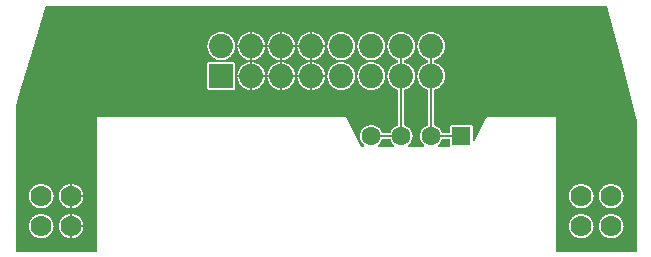
<source format=gtl>
%FSLAX33Y33*%
%MOMM*%
%AMRect-W1600000-H1600000-RO0.500*
21,1,1.6,1.6,0.,0.,270*%
%AMRect-W2049999-H2049999-RO1.500*
21,1,2.049999,2.049999,0.,0.,90*%
%ADD10C,0.0508*%
%ADD11C,0.2032*%
%ADD12C,0.68834*%
%ADD13C,1.778*%
%ADD14C,1.6*%
%ADD15Rect-W1600000-H1600000-RO0.500*%
%ADD16C,2.049999*%
%ADD17Rect-W2049999-H2049999-RO1.500*%
D10*
%LNpour fill*%
G01*
X52908Y11403D02*
X52908Y11403D01*
X51565Y16775*
X50374Y21158*
X2965Y21158*
X0641Y13395*
X0432Y12663*
X0432Y0432*
X7188Y0432*
X7188Y11847*
X7203Y11862*
X28354Y11862*
X28366Y11854*
X29632Y9322*
X29848Y9322*
X29867Y9371*
X29729Y9493*
X29727Y9495*
X29592Y9692*
X29590Y9695*
X29505Y9918*
X29505Y9921*
X29476Y10158*
X29476Y10162*
X29505Y10399*
X29505Y10402*
X29590Y10625*
X29592Y10628*
X29727Y10825*
X29729Y10827*
X29908Y10986*
X29911Y10987*
X30122Y11098*
X30125Y11099*
X30357Y11157*
X30360Y11157*
X30600Y11157*
X30603Y11157*
X30835Y11099*
X30838Y11098*
X31049Y10987*
X31052Y10986*
X31231Y10827*
X31233Y10825*
X31368Y10628*
X31370Y10625*
X31430Y10466*
X32070Y10466*
X32130Y10625*
X32132Y10628*
X32267Y10825*
X32269Y10827*
X32448Y10986*
X32451Y10987*
X32662Y11098*
X32665Y11099*
X32714Y11112*
X32714Y14053*
X32488Y14132*
X32485Y14133*
X32255Y14278*
X32252Y14280*
X32060Y14472*
X32058Y14475*
X31913Y14705*
X31912Y14708*
X31822Y14965*
X31821Y14968*
X31791Y15239*
X31791Y15241*
X31821Y15512*
X31822Y15515*
X31912Y15772*
X31913Y15775*
X32058Y16005*
X32060Y16008*
X32252Y16200*
X32255Y16202*
X32485Y16347*
X32488Y16348*
X32714Y16427*
X32714Y16593*
X32488Y16672*
X32485Y16673*
X32255Y16818*
X32252Y16820*
X32060Y17012*
X32058Y17015*
X31913Y17245*
X31912Y17248*
X31822Y17505*
X31821Y17508*
X31791Y17779*
X31791Y17781*
X31821Y18052*
X31822Y18055*
X31912Y18312*
X31913Y18315*
X32058Y18545*
X32060Y18548*
X32252Y18740*
X32255Y18742*
X32485Y18887*
X32488Y18888*
X32745Y18978*
X32748Y18979*
X33019Y19009*
X33021Y19009*
X33292Y18979*
X33295Y18978*
X33552Y18888*
X33555Y18887*
X33785Y18742*
X33788Y18740*
X33980Y18548*
X33982Y18545*
X34127Y18315*
X34128Y18312*
X34218Y18055*
X34219Y18052*
X34249Y17781*
X34249Y17779*
X34219Y17508*
X34218Y17505*
X34128Y17248*
X34127Y17245*
X33982Y17015*
X33980Y17012*
X33788Y16820*
X33785Y16818*
X33555Y16673*
X33552Y16672*
X33326Y16593*
X33326Y16427*
X33552Y16348*
X33555Y16347*
X33785Y16202*
X33788Y16200*
X33980Y16008*
X33982Y16005*
X34127Y15775*
X34128Y15772*
X34218Y15515*
X34219Y15512*
X34249Y15241*
X34249Y15239*
X34219Y14968*
X34218Y14965*
X34128Y14708*
X34127Y14705*
X33982Y14475*
X33980Y14472*
X33788Y14280*
X33785Y14278*
X33555Y14133*
X33552Y14132*
X33326Y14053*
X33326Y11112*
X33375Y11099*
X33378Y11098*
X33589Y10987*
X33592Y10986*
X33771Y10827*
X33773Y10825*
X33908Y10628*
X33910Y10625*
X33995Y10402*
X33995Y10399*
X34024Y10162*
X34024Y10158*
X33995Y9921*
X33995Y9918*
X33910Y9695*
X33908Y9692*
X33773Y9495*
X33771Y9493*
X33633Y9371*
X33652Y9322*
X34928Y9322*
X34947Y9371*
X34809Y9493*
X34807Y9495*
X34672Y9692*
X34670Y9695*
X34585Y9918*
X34585Y9921*
X34556Y10158*
X34556Y10162*
X34585Y10399*
X34585Y10402*
X34670Y10625*
X34672Y10628*
X34807Y10825*
X34809Y10827*
X34988Y10986*
X34991Y10987*
X35202Y11098*
X35205Y11099*
X35254Y11112*
X35254Y14053*
X35028Y14132*
X35025Y14133*
X34795Y14278*
X34792Y14280*
X34600Y14472*
X34598Y14475*
X34453Y14705*
X34452Y14708*
X34362Y14965*
X34361Y14968*
X34331Y15239*
X34331Y15241*
X34361Y15512*
X34362Y15515*
X34452Y15772*
X34453Y15775*
X34598Y16005*
X34600Y16008*
X34792Y16200*
X34795Y16202*
X35025Y16347*
X35028Y16348*
X35254Y16427*
X35254Y16593*
X35028Y16672*
X35025Y16673*
X34795Y16818*
X34792Y16820*
X34600Y17012*
X34598Y17015*
X34453Y17245*
X34452Y17248*
X34362Y17505*
X34361Y17508*
X34331Y17779*
X34331Y17781*
X34361Y18052*
X34362Y18055*
X34452Y18312*
X34453Y18315*
X34598Y18545*
X34600Y18548*
X34792Y18740*
X34795Y18742*
X35025Y18887*
X35028Y18888*
X35285Y18978*
X35288Y18979*
X35559Y19009*
X35561Y19009*
X35832Y18979*
X35835Y18978*
X36092Y18888*
X36095Y18887*
X36325Y18742*
X36328Y18740*
X36520Y18548*
X36522Y18545*
X36667Y18315*
X36668Y18312*
X36758Y18055*
X36759Y18052*
X36789Y17781*
X36789Y17779*
X36759Y17508*
X36758Y17505*
X36668Y17248*
X36667Y17245*
X36522Y17015*
X36520Y17012*
X36328Y16820*
X36325Y16818*
X36095Y16673*
X36092Y16672*
X35866Y16593*
X35866Y16427*
X36092Y16348*
X36095Y16347*
X36325Y16202*
X36328Y16200*
X36520Y16008*
X36522Y16005*
X36667Y15775*
X36668Y15772*
X36758Y15515*
X36759Y15512*
X36789Y15241*
X36789Y15239*
X36759Y14968*
X36758Y14965*
X36668Y14708*
X36667Y14705*
X36522Y14475*
X36520Y14472*
X36328Y14280*
X36325Y14278*
X36095Y14133*
X36092Y14132*
X35866Y14053*
X35866Y11112*
X35915Y11099*
X35918Y11098*
X36129Y10987*
X36132Y10986*
X36311Y10827*
X36313Y10825*
X36448Y10628*
X36450Y10625*
X36510Y10466*
X37096Y10466*
X37096Y10961*
X37096Y10962*
X37098Y10991*
X37098Y10993*
X37105Y11022*
X37106Y11024*
X37118Y11052*
X37119Y11054*
X37134Y11079*
X37135Y11081*
X37155Y11104*
X37156Y11105*
X37179Y11125*
X37181Y11126*
X37206Y11141*
X37208Y11142*
X37236Y11154*
X37238Y11155*
X37267Y11162*
X37269Y11162*
X37299Y11164*
X37300Y11164*
X38900Y11164*
X38901Y11164*
X38931Y11162*
X38933Y11162*
X38962Y11155*
X38964Y11154*
X38992Y11142*
X38994Y11141*
X39019Y11126*
X39021Y11125*
X39044Y11105*
X39045Y11104*
X39065Y11081*
X39066Y11079*
X39081Y11054*
X39082Y11052*
X39094Y11024*
X39095Y11022*
X39102Y10993*
X39102Y10991*
X39104Y10961*
X39104Y10960*
X39104Y9766*
X39163Y9752*
X40214Y11854*
X40226Y11862*
X46137Y11862*
X46152Y11847*
X46152Y0432*
X52908Y0432*
X52908Y11403*
X30752Y16581D02*
X30752Y16581D01*
X30755Y16582*
X31012Y16672*
X31015Y16673*
X31245Y16818*
X31248Y16820*
X31440Y17012*
X31442Y17015*
X31587Y17245*
X31588Y17248*
X31678Y17505*
X31679Y17508*
X31709Y17779*
X31709Y17781*
X31679Y18052*
X31678Y18055*
X31588Y18312*
X31587Y18315*
X31442Y18545*
X31440Y18548*
X31248Y18740*
X31245Y18742*
X31015Y18887*
X31012Y18888*
X30755Y18978*
X30752Y18979*
X30481Y19009*
X30479Y19009*
X30208Y18979*
X30205Y18978*
X29948Y18888*
X29945Y18887*
X29715Y18742*
X29712Y18740*
X29520Y18548*
X29518Y18545*
X29373Y18315*
X29372Y18312*
X29282Y18055*
X29281Y18052*
X29251Y17781*
X29251Y17779*
X29281Y17508*
X29282Y17505*
X29372Y17248*
X29373Y17245*
X29518Y17015*
X29520Y17012*
X29712Y16820*
X29715Y16818*
X29945Y16673*
X29948Y16672*
X30205Y16582*
X30208Y16581*
X30479Y16551*
X30481Y16551*
X30752Y16581*
X28212Y16581D02*
X28212Y16581D01*
X28215Y16582*
X28472Y16672*
X28475Y16673*
X28705Y16818*
X28708Y16820*
X28900Y17012*
X28902Y17015*
X29047Y17245*
X29048Y17248*
X29138Y17505*
X29139Y17508*
X29169Y17779*
X29169Y17781*
X29139Y18052*
X29138Y18055*
X29048Y18312*
X29047Y18315*
X28902Y18545*
X28900Y18548*
X28708Y18740*
X28705Y18742*
X28475Y18887*
X28472Y18888*
X28215Y18978*
X28212Y18979*
X27941Y19009*
X27939Y19009*
X27668Y18979*
X27665Y18978*
X27408Y18888*
X27405Y18887*
X27175Y18742*
X27172Y18740*
X26980Y18548*
X26978Y18545*
X26833Y18315*
X26832Y18312*
X26742Y18055*
X26741Y18052*
X26711Y17781*
X26711Y17779*
X26741Y17508*
X26742Y17505*
X26832Y17248*
X26833Y17245*
X26978Y17015*
X26980Y17012*
X27172Y16820*
X27175Y16818*
X27405Y16673*
X27408Y16672*
X27665Y16582*
X27668Y16581*
X27939Y16551*
X27941Y16551*
X28212Y16581*
X18052Y16581D02*
X18052Y16581D01*
X18055Y16582*
X18312Y16672*
X18315Y16673*
X18545Y16818*
X18548Y16820*
X18740Y17012*
X18742Y17015*
X18887Y17245*
X18888Y17248*
X18978Y17505*
X18979Y17508*
X19009Y17779*
X19009Y17781*
X18979Y18052*
X18978Y18055*
X18888Y18312*
X18887Y18315*
X18742Y18545*
X18740Y18548*
X18548Y18740*
X18545Y18742*
X18315Y18887*
X18312Y18888*
X18055Y18978*
X18052Y18979*
X17781Y19009*
X17779Y19009*
X17508Y18979*
X17505Y18978*
X17248Y18888*
X17245Y18887*
X17015Y18742*
X17012Y18740*
X16820Y18548*
X16818Y18545*
X16673Y18315*
X16672Y18312*
X16582Y18055*
X16581Y18052*
X16551Y17781*
X16551Y17779*
X16581Y17508*
X16582Y17505*
X16672Y17248*
X16673Y17245*
X16818Y17015*
X16820Y17012*
X17012Y16820*
X17015Y16818*
X17245Y16673*
X17248Y16672*
X17505Y16582*
X17508Y16581*
X17779Y16551*
X17781Y16551*
X18052Y16581*
X20256Y16575D02*
X20256Y16575D01*
X20256Y16782*
X20384Y16782*
X20384Y16575*
X20400Y16560*
X20592Y16581*
X20595Y16582*
X20852Y16672*
X20855Y16673*
X21085Y16818*
X21088Y16820*
X21280Y17012*
X21282Y17015*
X21427Y17245*
X21428Y17248*
X21518Y17505*
X21519Y17508*
X21540Y17700*
X21525Y17716*
X21326Y17716*
X21326Y17843*
X21525Y17843*
X21540Y17860*
X21519Y18052*
X21518Y18055*
X21428Y18312*
X21427Y18315*
X21282Y18545*
X21280Y18548*
X21088Y18740*
X21085Y18742*
X20855Y18887*
X20852Y18888*
X20595Y18978*
X20592Y18979*
X20400Y19000*
X20384Y18985*
X20384Y18778*
X20256Y18778*
X20256Y18985*
X20240Y19000*
X20048Y18979*
X20045Y18978*
X19788Y18888*
X19785Y18887*
X19555Y18742*
X19552Y18740*
X19360Y18548*
X19358Y18545*
X19213Y18315*
X19212Y18312*
X19122Y18055*
X19121Y18052*
X19100Y17860*
X19115Y17843*
X19314Y17843*
X19314Y17716*
X19115Y17716*
X19100Y17700*
X19121Y17508*
X19122Y17505*
X19212Y17248*
X19213Y17245*
X19358Y17015*
X19360Y17012*
X19552Y16820*
X19555Y16818*
X19785Y16673*
X19788Y16672*
X20045Y16582*
X20048Y16581*
X20240Y16560*
X20256Y16575*
X22797Y16575D02*
X22797Y16575D01*
X22797Y16782*
X22924Y16782*
X22924Y16575*
X22940Y16560*
X23132Y16581*
X23135Y16582*
X23392Y16672*
X23395Y16673*
X23625Y16818*
X23628Y16820*
X23820Y17012*
X23822Y17015*
X23967Y17245*
X23968Y17248*
X24058Y17505*
X24059Y17508*
X24080Y17700*
X24065Y17716*
X23866Y17716*
X23866Y17843*
X24065Y17843*
X24080Y17860*
X24059Y18052*
X24058Y18055*
X23968Y18312*
X23967Y18315*
X23822Y18545*
X23820Y18548*
X23628Y18740*
X23625Y18742*
X23395Y18887*
X23392Y18888*
X23135Y18978*
X23132Y18979*
X22940Y19000*
X22924Y18985*
X22924Y18778*
X22797Y18778*
X22797Y18985*
X22780Y19000*
X22588Y18979*
X22585Y18978*
X22328Y18888*
X22325Y18887*
X22095Y18742*
X22092Y18740*
X21900Y18548*
X21898Y18545*
X21753Y18315*
X21752Y18312*
X21662Y18055*
X21661Y18052*
X21640Y17860*
X21655Y17843*
X21854Y17843*
X21854Y17716*
X21655Y17716*
X21640Y17700*
X21661Y17508*
X21662Y17505*
X21752Y17248*
X21753Y17245*
X21898Y17015*
X21900Y17012*
X22092Y16820*
X22095Y16818*
X22325Y16673*
X22328Y16672*
X22585Y16582*
X22588Y16581*
X22780Y16560*
X22797Y16575*
X25337Y16575D02*
X25337Y16575D01*
X25337Y16782*
X25463Y16782*
X25463Y16575*
X25480Y16560*
X25672Y16581*
X25675Y16582*
X25932Y16672*
X25935Y16673*
X26165Y16818*
X26168Y16820*
X26360Y17012*
X26362Y17015*
X26507Y17245*
X26508Y17248*
X26598Y17505*
X26599Y17508*
X26620Y17700*
X26605Y17716*
X26406Y17716*
X26406Y17843*
X26605Y17843*
X26620Y17860*
X26599Y18052*
X26598Y18055*
X26508Y18312*
X26507Y18315*
X26362Y18545*
X26360Y18548*
X26168Y18740*
X26165Y18742*
X25935Y18887*
X25932Y18888*
X25675Y18978*
X25672Y18979*
X25480Y19000*
X25463Y18985*
X25463Y18778*
X25337Y18778*
X25337Y18985*
X25320Y19000*
X25128Y18979*
X25125Y18978*
X24868Y18888*
X24865Y18887*
X24635Y18742*
X24632Y18740*
X24440Y18548*
X24438Y18545*
X24293Y18315*
X24292Y18312*
X24202Y18055*
X24201Y18052*
X24180Y17860*
X24195Y17843*
X24394Y17843*
X24394Y17716*
X24195Y17716*
X24180Y17700*
X24201Y17508*
X24202Y17505*
X24292Y17248*
X24293Y17245*
X24438Y17015*
X24440Y17012*
X24632Y16820*
X24635Y16818*
X24865Y16673*
X24868Y16672*
X25125Y16582*
X25128Y16581*
X25320Y16560*
X25337Y16575*
X18807Y14011D02*
X18807Y14011D01*
X18836Y14013*
X18838Y14013*
X18867Y14020*
X18869Y14021*
X18897Y14033*
X18899Y14034*
X18924Y14049*
X18926Y14050*
X18949Y14070*
X18950Y14071*
X18970Y14094*
X18971Y14096*
X18986Y14121*
X18987Y14123*
X18999Y14151*
X19000Y14153*
X19007Y14182*
X19007Y14184*
X19009Y14214*
X19009Y14215*
X19009Y16265*
X19009Y16266*
X19007Y16296*
X19007Y16298*
X19000Y16327*
X18999Y16329*
X18987Y16357*
X18986Y16359*
X18971Y16384*
X18970Y16386*
X18950Y16409*
X18949Y16410*
X18926Y16430*
X18924Y16431*
X18899Y16446*
X18897Y16447*
X18869Y16459*
X18867Y16460*
X18838Y16467*
X18836Y16467*
X18806Y16469*
X18805Y16469*
X16755Y16469*
X16754Y16469*
X16724Y16467*
X16722Y16467*
X16693Y16460*
X16691Y16459*
X16663Y16447*
X16661Y16446*
X16636Y16431*
X16634Y16430*
X16611Y16410*
X16610Y16409*
X16590Y16386*
X16589Y16384*
X16574Y16359*
X16573Y16357*
X16561Y16329*
X16560Y16327*
X16553Y16298*
X16553Y16296*
X16551Y16267*
X16551Y16266*
X16551Y14214*
X16551Y14213*
X16553Y14184*
X16553Y14182*
X16560Y14153*
X16561Y14151*
X16573Y14123*
X16574Y14121*
X16589Y14096*
X16590Y14094*
X16610Y14071*
X16611Y14070*
X16634Y14050*
X16636Y14049*
X16661Y14034*
X16663Y14033*
X16691Y14021*
X16693Y14020*
X16722Y14013*
X16724Y14013*
X16753Y14011*
X16754Y14011*
X18806Y14011*
X18807Y14011*
X30752Y14041D02*
X30752Y14041D01*
X30755Y14042*
X31012Y14132*
X31015Y14133*
X31245Y14278*
X31248Y14280*
X31440Y14472*
X31442Y14475*
X31587Y14705*
X31588Y14708*
X31678Y14965*
X31679Y14968*
X31709Y15239*
X31709Y15241*
X31679Y15512*
X31678Y15515*
X31588Y15772*
X31587Y15775*
X31442Y16005*
X31440Y16008*
X31248Y16200*
X31245Y16202*
X31015Y16347*
X31012Y16348*
X30755Y16438*
X30752Y16439*
X30481Y16469*
X30479Y16469*
X30208Y16439*
X30205Y16438*
X29948Y16348*
X29945Y16347*
X29715Y16202*
X29712Y16200*
X29520Y16008*
X29518Y16005*
X29373Y15775*
X29372Y15772*
X29282Y15515*
X29281Y15512*
X29251Y15241*
X29251Y15239*
X29281Y14968*
X29282Y14965*
X29372Y14708*
X29373Y14705*
X29518Y14475*
X29520Y14472*
X29712Y14280*
X29715Y14278*
X29945Y14133*
X29948Y14132*
X30205Y14042*
X30208Y14041*
X30479Y14011*
X30481Y14011*
X30752Y14041*
X28212Y14041D02*
X28212Y14041D01*
X28215Y14042*
X28472Y14132*
X28475Y14133*
X28705Y14278*
X28708Y14280*
X28900Y14472*
X28902Y14475*
X29047Y14705*
X29048Y14708*
X29138Y14965*
X29139Y14968*
X29169Y15239*
X29169Y15241*
X29139Y15512*
X29138Y15515*
X29048Y15772*
X29047Y15775*
X28902Y16005*
X28900Y16008*
X28708Y16200*
X28705Y16202*
X28475Y16347*
X28472Y16348*
X28215Y16438*
X28212Y16439*
X27941Y16469*
X27939Y16469*
X27668Y16439*
X27665Y16438*
X27408Y16348*
X27405Y16347*
X27175Y16202*
X27172Y16200*
X26980Y16008*
X26978Y16005*
X26833Y15775*
X26832Y15772*
X26742Y15515*
X26741Y15512*
X26711Y15241*
X26711Y15239*
X26741Y14968*
X26742Y14965*
X26832Y14708*
X26833Y14705*
X26978Y14475*
X26980Y14472*
X27172Y14280*
X27175Y14278*
X27405Y14133*
X27408Y14132*
X27665Y14042*
X27668Y14041*
X27939Y14011*
X27941Y14011*
X28212Y14041*
X20256Y14035D02*
X20256Y14035D01*
X20256Y14242*
X20384Y14242*
X20384Y14035*
X20400Y14020*
X20592Y14041*
X20595Y14042*
X20852Y14132*
X20855Y14133*
X21085Y14278*
X21088Y14280*
X21280Y14472*
X21282Y14475*
X21427Y14705*
X21428Y14708*
X21518Y14965*
X21519Y14968*
X21540Y15160*
X21525Y15177*
X21326Y15177*
X21326Y15303*
X21525Y15303*
X21540Y15320*
X21519Y15512*
X21518Y15515*
X21428Y15772*
X21427Y15775*
X21282Y16005*
X21280Y16008*
X21088Y16200*
X21085Y16202*
X20855Y16347*
X20852Y16348*
X20595Y16438*
X20592Y16439*
X20400Y16460*
X20384Y16445*
X20384Y16238*
X20256Y16238*
X20256Y16445*
X20240Y16460*
X20048Y16439*
X20045Y16438*
X19788Y16348*
X19785Y16347*
X19555Y16202*
X19552Y16200*
X19360Y16008*
X19358Y16005*
X19213Y15775*
X19212Y15772*
X19122Y15515*
X19121Y15512*
X19100Y15320*
X19115Y15303*
X19314Y15303*
X19314Y15177*
X19115Y15177*
X19100Y15160*
X19121Y14968*
X19122Y14965*
X19212Y14708*
X19213Y14705*
X19358Y14475*
X19360Y14472*
X19552Y14280*
X19555Y14278*
X19785Y14133*
X19788Y14132*
X20045Y14042*
X20048Y14041*
X20240Y14020*
X20256Y14035*
X22797Y14035D02*
X22797Y14035D01*
X22797Y14242*
X22924Y14242*
X22924Y14035*
X22940Y14020*
X23132Y14041*
X23135Y14042*
X23392Y14132*
X23395Y14133*
X23625Y14278*
X23628Y14280*
X23820Y14472*
X23822Y14475*
X23967Y14705*
X23968Y14708*
X24058Y14965*
X24059Y14968*
X24080Y15160*
X24065Y15177*
X23866Y15177*
X23866Y15303*
X24065Y15303*
X24080Y15320*
X24059Y15512*
X24058Y15515*
X23968Y15772*
X23967Y15775*
X23822Y16005*
X23820Y16008*
X23628Y16200*
X23625Y16202*
X23395Y16347*
X23392Y16348*
X23135Y16438*
X23132Y16439*
X22940Y16460*
X22924Y16445*
X22924Y16238*
X22797Y16238*
X22797Y16445*
X22780Y16460*
X22588Y16439*
X22585Y16438*
X22328Y16348*
X22325Y16347*
X22095Y16202*
X22092Y16200*
X21900Y16008*
X21898Y16005*
X21753Y15775*
X21752Y15772*
X21662Y15515*
X21661Y15512*
X21640Y15320*
X21655Y15303*
X21854Y15303*
X21854Y15177*
X21655Y15177*
X21640Y15160*
X21661Y14968*
X21662Y14965*
X21752Y14708*
X21753Y14705*
X21898Y14475*
X21900Y14472*
X22092Y14280*
X22095Y14278*
X22325Y14133*
X22328Y14132*
X22585Y14042*
X22588Y14041*
X22780Y14020*
X22797Y14035*
X25337Y14035D02*
X25337Y14035D01*
X25337Y14242*
X25463Y14242*
X25463Y14035*
X25480Y14020*
X25672Y14041*
X25675Y14042*
X25932Y14132*
X25935Y14133*
X26165Y14278*
X26168Y14280*
X26360Y14472*
X26362Y14475*
X26507Y14705*
X26508Y14708*
X26598Y14965*
X26599Y14968*
X26620Y15160*
X26605Y15177*
X26406Y15177*
X26406Y15303*
X26605Y15303*
X26620Y15320*
X26599Y15512*
X26598Y15515*
X26508Y15772*
X26507Y15775*
X26362Y16005*
X26360Y16008*
X26168Y16200*
X26165Y16202*
X25935Y16347*
X25932Y16348*
X25675Y16438*
X25672Y16439*
X25480Y16460*
X25463Y16445*
X25463Y16238*
X25337Y16238*
X25337Y16445*
X25320Y16460*
X25128Y16439*
X25125Y16438*
X24868Y16348*
X24865Y16347*
X24635Y16202*
X24632Y16200*
X24440Y16008*
X24438Y16005*
X24293Y15775*
X24292Y15772*
X24202Y15515*
X24201Y15512*
X24180Y15320*
X24195Y15303*
X24394Y15303*
X24394Y15177*
X24195Y15177*
X24180Y15160*
X24201Y14968*
X24202Y14965*
X24292Y14708*
X24293Y14705*
X24438Y14475*
X24440Y14472*
X24632Y14280*
X24635Y14278*
X24865Y14133*
X24868Y14132*
X25125Y14042*
X25128Y14041*
X25320Y14020*
X25337Y14035*
X2673Y3995D02*
X2673Y3995D01*
X2926Y4057*
X2929Y4058*
X3160Y4179*
X3162Y4181*
X3357Y4354*
X3359Y4356*
X3507Y4571*
X3509Y4573*
X3601Y4817*
X3602Y4820*
X3633Y5078*
X3633Y5082*
X3602Y5340*
X3601Y5343*
X3509Y5587*
X3507Y5589*
X3359Y5804*
X3357Y5806*
X3162Y5979*
X3160Y5981*
X2929Y6102*
X2926Y6103*
X2673Y6165*
X2670Y6165*
X2410Y6165*
X2407Y6165*
X2154Y6103*
X2151Y6102*
X1920Y5981*
X1918Y5979*
X1723Y5806*
X1721Y5804*
X1573Y5589*
X1571Y5587*
X1479Y5343*
X1478Y5340*
X1447Y5082*
X1447Y5078*
X1478Y4820*
X1479Y4817*
X1571Y4573*
X1573Y4571*
X1721Y4356*
X1723Y4354*
X1918Y4181*
X1920Y4179*
X2151Y4058*
X2154Y4057*
X2407Y3995*
X2410Y3995*
X2670Y3995*
X2673Y3995*
X5016Y4009D02*
X5016Y4009D01*
X5016Y4217*
X5144Y4217*
X5144Y4009*
X5158Y3995*
X5210Y3995*
X5213Y3995*
X5466Y4057*
X5469Y4058*
X5700Y4179*
X5702Y4181*
X5897Y4354*
X5899Y4356*
X6047Y4571*
X6049Y4573*
X6141Y4817*
X6142Y4820*
X6164Y4999*
X6148Y5016*
X5950Y5016*
X5950Y5144*
X6148Y5144*
X6164Y5161*
X6142Y5340*
X6141Y5343*
X6049Y5587*
X6047Y5589*
X5899Y5804*
X5897Y5806*
X5702Y5979*
X5700Y5981*
X5469Y6102*
X5466Y6103*
X5213Y6165*
X5210Y6165*
X5158Y6165*
X5144Y6151*
X5144Y5943*
X5016Y5943*
X5016Y6151*
X5002Y6165*
X4950Y6165*
X4947Y6165*
X4694Y6103*
X4691Y6102*
X4460Y5981*
X4458Y5979*
X4263Y5806*
X4261Y5804*
X4113Y5589*
X4111Y5587*
X4019Y5343*
X4018Y5340*
X3987Y5082*
X3987Y5078*
X4018Y4820*
X4019Y4817*
X4111Y4573*
X4113Y4571*
X4261Y4356*
X4263Y4354*
X4458Y4181*
X4460Y4179*
X4691Y4058*
X4694Y4057*
X4947Y3995*
X4950Y3995*
X5002Y3995*
X5016Y4009*
X48393Y3995D02*
X48393Y3995D01*
X48646Y4057*
X48649Y4058*
X48880Y4179*
X48882Y4181*
X49077Y4354*
X49079Y4356*
X49227Y4571*
X49229Y4573*
X49321Y4817*
X49322Y4820*
X49353Y5078*
X49353Y5082*
X49322Y5340*
X49321Y5343*
X49229Y5587*
X49227Y5589*
X49079Y5804*
X49077Y5806*
X48882Y5979*
X48880Y5981*
X48649Y6102*
X48646Y6103*
X48393Y6165*
X48390Y6165*
X48130Y6165*
X48127Y6165*
X47874Y6103*
X47871Y6102*
X47640Y5981*
X47638Y5979*
X47443Y5806*
X47441Y5804*
X47293Y5589*
X47291Y5587*
X47199Y5343*
X47198Y5340*
X47167Y5082*
X47167Y5078*
X47198Y4820*
X47199Y4817*
X47291Y4573*
X47293Y4571*
X47441Y4356*
X47443Y4354*
X47638Y4181*
X47640Y4179*
X47871Y4058*
X47874Y4057*
X48127Y3995*
X48130Y3995*
X48390Y3995*
X48393Y3995*
X50933Y3995D02*
X50933Y3995D01*
X51186Y4057*
X51189Y4058*
X51420Y4179*
X51422Y4181*
X51617Y4354*
X51619Y4356*
X51767Y4571*
X51769Y4573*
X51861Y4817*
X51862Y4820*
X51893Y5078*
X51893Y5082*
X51862Y5340*
X51861Y5343*
X51769Y5587*
X51767Y5589*
X51619Y5804*
X51617Y5806*
X51422Y5979*
X51420Y5981*
X51189Y6102*
X51186Y6103*
X50933Y6165*
X50930Y6165*
X50670Y6165*
X50667Y6165*
X50414Y6103*
X50411Y6102*
X50180Y5981*
X50178Y5979*
X49983Y5806*
X49981Y5804*
X49833Y5589*
X49831Y5587*
X49739Y5343*
X49738Y5340*
X49707Y5082*
X49707Y5078*
X49738Y4820*
X49739Y4817*
X49831Y4573*
X49833Y4571*
X49981Y4356*
X49983Y4354*
X50178Y4181*
X50180Y4179*
X50411Y4058*
X50414Y4057*
X50667Y3995*
X50670Y3995*
X50930Y3995*
X50933Y3995*
X2673Y1455D02*
X2673Y1455D01*
X2926Y1517*
X2929Y1518*
X3160Y1639*
X3162Y1641*
X3357Y1814*
X3359Y1816*
X3507Y2031*
X3509Y2033*
X3601Y2277*
X3602Y2280*
X3633Y2538*
X3633Y2542*
X3602Y2800*
X3601Y2803*
X3509Y3047*
X3507Y3049*
X3359Y3264*
X3357Y3266*
X3162Y3439*
X3160Y3441*
X2929Y3562*
X2926Y3563*
X2673Y3625*
X2670Y3625*
X2410Y3625*
X2407Y3625*
X2154Y3563*
X2151Y3562*
X1920Y3441*
X1918Y3439*
X1723Y3266*
X1721Y3264*
X1573Y3049*
X1571Y3047*
X1479Y2803*
X1478Y2800*
X1447Y2542*
X1447Y2538*
X1478Y2280*
X1479Y2277*
X1571Y2033*
X1573Y2031*
X1721Y1816*
X1723Y1814*
X1918Y1641*
X1920Y1639*
X2151Y1518*
X2154Y1517*
X2407Y1455*
X2410Y1455*
X2670Y1455*
X2673Y1455*
X5016Y1469D02*
X5016Y1469D01*
X5016Y1677*
X5144Y1677*
X5144Y1469*
X5158Y1455*
X5210Y1455*
X5213Y1455*
X5466Y1517*
X5469Y1518*
X5700Y1639*
X5702Y1641*
X5897Y1814*
X5899Y1816*
X6047Y2031*
X6049Y2033*
X6141Y2277*
X6142Y2280*
X6164Y2459*
X6148Y2477*
X5950Y2477*
X5950Y2603*
X6148Y2603*
X6164Y2621*
X6142Y2800*
X6141Y2803*
X6049Y3047*
X6047Y3049*
X5899Y3264*
X5897Y3266*
X5702Y3439*
X5700Y3441*
X5469Y3562*
X5466Y3563*
X5213Y3625*
X5210Y3625*
X5158Y3625*
X5144Y3611*
X5144Y3403*
X5016Y3403*
X5016Y3611*
X5002Y3625*
X4950Y3625*
X4947Y3625*
X4694Y3563*
X4691Y3562*
X4460Y3441*
X4458Y3439*
X4263Y3266*
X4261Y3264*
X4113Y3049*
X4111Y3047*
X4019Y2803*
X4018Y2800*
X3987Y2542*
X3987Y2538*
X4018Y2280*
X4019Y2277*
X4111Y2033*
X4113Y2031*
X4261Y1816*
X4263Y1814*
X4458Y1641*
X4460Y1639*
X4691Y1518*
X4694Y1517*
X4947Y1455*
X4950Y1455*
X5002Y1455*
X5016Y1469*
X48393Y1455D02*
X48393Y1455D01*
X48646Y1517*
X48649Y1518*
X48880Y1639*
X48882Y1641*
X49077Y1814*
X49079Y1816*
X49227Y2031*
X49229Y2033*
X49321Y2277*
X49322Y2280*
X49353Y2538*
X49353Y2542*
X49322Y2800*
X49321Y2803*
X49229Y3047*
X49227Y3049*
X49079Y3264*
X49077Y3266*
X48882Y3439*
X48880Y3441*
X48649Y3562*
X48646Y3563*
X48393Y3625*
X48390Y3625*
X48130Y3625*
X48127Y3625*
X47874Y3563*
X47871Y3562*
X47640Y3441*
X47638Y3439*
X47443Y3266*
X47441Y3264*
X47293Y3049*
X47291Y3047*
X47199Y2803*
X47198Y2800*
X47167Y2542*
X47167Y2538*
X47198Y2280*
X47199Y2277*
X47291Y2033*
X47293Y2031*
X47441Y1816*
X47443Y1814*
X47638Y1641*
X47640Y1639*
X47871Y1518*
X47874Y1517*
X48127Y1455*
X48130Y1455*
X48390Y1455*
X48393Y1455*
X50933Y1455D02*
X50933Y1455D01*
X51186Y1517*
X51189Y1518*
X51420Y1639*
X51422Y1641*
X51617Y1814*
X51619Y1816*
X51767Y2031*
X51769Y2033*
X51861Y2277*
X51862Y2280*
X51893Y2538*
X51893Y2542*
X51862Y2800*
X51861Y2803*
X51769Y3047*
X51767Y3049*
X51619Y3264*
X51617Y3266*
X51422Y3439*
X51420Y3441*
X51189Y3562*
X51186Y3563*
X50933Y3625*
X50930Y3625*
X50670Y3625*
X50667Y3625*
X50414Y3563*
X50411Y3562*
X50180Y3441*
X50178Y3439*
X49983Y3266*
X49981Y3264*
X49833Y3049*
X49831Y3047*
X49739Y2803*
X49738Y2800*
X49707Y2542*
X49707Y2538*
X49738Y2280*
X49739Y2277*
X49831Y2033*
X49833Y2031*
X49981Y1816*
X49983Y1814*
X50178Y1641*
X50180Y1639*
X50411Y1518*
X50414Y1517*
X50667Y1455*
X50670Y1455*
X50930Y1455*
X50933Y1455*
X0432Y0456D02*
X7188Y0456D01*
X46152Y0456D02*
X52908Y0456D01*
X0432Y0505D02*
X7188Y0505D01*
X46152Y0505D02*
X52908Y0505D01*
X0432Y0555D02*
X7188Y0555D01*
X46152Y0555D02*
X52908Y0555D01*
X0432Y0605D02*
X7188Y0605D01*
X46152Y0605D02*
X52908Y0605D01*
X0432Y0654D02*
X7188Y0654D01*
X46152Y0654D02*
X52908Y0654D01*
X0432Y0704D02*
X7188Y0704D01*
X46152Y0704D02*
X52908Y0704D01*
X0432Y0753D02*
X7188Y0753D01*
X46152Y0753D02*
X52908Y0753D01*
X0432Y0803D02*
X7188Y0803D01*
X46152Y0803D02*
X52908Y0803D01*
X0432Y0852D02*
X7188Y0852D01*
X46152Y0852D02*
X52908Y0852D01*
X0432Y0902D02*
X7188Y0902D01*
X46152Y0902D02*
X52908Y0902D01*
X0432Y0951D02*
X7188Y0951D01*
X46152Y0951D02*
X52908Y0951D01*
X0432Y1001D02*
X7188Y1001D01*
X46152Y1001D02*
X52908Y1001D01*
X0432Y1050D02*
X7188Y1050D01*
X46152Y1050D02*
X52908Y1050D01*
X0432Y1100D02*
X7188Y1100D01*
X46152Y1100D02*
X52908Y1100D01*
X0432Y1149D02*
X7188Y1149D01*
X46152Y1149D02*
X52908Y1149D01*
X0432Y1199D02*
X7188Y1199D01*
X46152Y1199D02*
X52908Y1199D01*
X0432Y1248D02*
X7188Y1248D01*
X46152Y1248D02*
X52908Y1248D01*
X0432Y1298D02*
X7188Y1298D01*
X46152Y1298D02*
X52908Y1298D01*
X0432Y1347D02*
X7188Y1347D01*
X46152Y1347D02*
X52908Y1347D01*
X0432Y1397D02*
X7188Y1397D01*
X46152Y1397D02*
X52908Y1397D01*
X0432Y1447D02*
X7188Y1447D01*
X46152Y1447D02*
X52908Y1447D01*
X0432Y1496D02*
X2240Y1496D01*
X2840Y1496D02*
X4780Y1496D01*
X5016Y1496D02*
X5144Y1496D01*
X5380Y1496D02*
X7188Y1496D01*
X46152Y1496D02*
X47960Y1496D01*
X48560Y1496D02*
X50500Y1496D01*
X51100Y1496D02*
X52908Y1496D01*
X0432Y1546D02*
X2099Y1546D01*
X2981Y1546D02*
X4639Y1546D01*
X5016Y1546D02*
X5144Y1546D01*
X5521Y1546D02*
X7188Y1546D01*
X46152Y1546D02*
X47819Y1546D01*
X48701Y1546D02*
X50359Y1546D01*
X51241Y1546D02*
X52908Y1546D01*
X0432Y1595D02*
X2005Y1595D01*
X3075Y1595D02*
X4545Y1595D01*
X5016Y1595D02*
X5144Y1595D01*
X5615Y1595D02*
X7188Y1595D01*
X46152Y1595D02*
X47725Y1595D01*
X48795Y1595D02*
X50265Y1595D01*
X51335Y1595D02*
X52908Y1595D01*
X0432Y1645D02*
X1914Y1645D01*
X3166Y1645D02*
X4454Y1645D01*
X5016Y1645D02*
X5144Y1645D01*
X5706Y1645D02*
X7188Y1645D01*
X46152Y1645D02*
X47634Y1645D01*
X48886Y1645D02*
X50174Y1645D01*
X51426Y1645D02*
X52908Y1645D01*
X0432Y1694D02*
X1858Y1694D01*
X3222Y1694D02*
X4398Y1694D01*
X5762Y1694D02*
X7188Y1694D01*
X46152Y1694D02*
X47578Y1694D01*
X48942Y1694D02*
X50118Y1694D01*
X51482Y1694D02*
X52908Y1694D01*
X0432Y1744D02*
X1802Y1744D01*
X3278Y1744D02*
X4342Y1744D01*
X5818Y1744D02*
X7188Y1744D01*
X46152Y1744D02*
X47522Y1744D01*
X48998Y1744D02*
X50062Y1744D01*
X51538Y1744D02*
X52908Y1744D01*
X0432Y1793D02*
X1746Y1793D01*
X3334Y1793D02*
X4286Y1793D01*
X5874Y1793D02*
X7188Y1793D01*
X46152Y1793D02*
X47466Y1793D01*
X49054Y1793D02*
X50006Y1793D01*
X51594Y1793D02*
X52908Y1793D01*
X0432Y1843D02*
X1702Y1843D01*
X3378Y1843D02*
X4242Y1843D01*
X5918Y1843D02*
X7188Y1843D01*
X46152Y1843D02*
X47422Y1843D01*
X49098Y1843D02*
X49962Y1843D01*
X51638Y1843D02*
X52908Y1843D01*
X0432Y1892D02*
X1668Y1892D01*
X3412Y1892D02*
X4208Y1892D01*
X5952Y1892D02*
X7188Y1892D01*
X46152Y1892D02*
X47388Y1892D01*
X49132Y1892D02*
X49928Y1892D01*
X51672Y1892D02*
X52908Y1892D01*
X0432Y1942D02*
X1634Y1942D01*
X3446Y1942D02*
X4174Y1942D01*
X5986Y1942D02*
X7188Y1942D01*
X46152Y1942D02*
X47354Y1942D01*
X49166Y1942D02*
X49894Y1942D01*
X51706Y1942D02*
X52908Y1942D01*
X0432Y1991D02*
X1600Y1991D01*
X3480Y1991D02*
X4140Y1991D01*
X6020Y1991D02*
X7188Y1991D01*
X46152Y1991D02*
X47320Y1991D01*
X49200Y1991D02*
X49860Y1991D01*
X51740Y1991D02*
X52908Y1991D01*
X0432Y2041D02*
X1568Y2041D01*
X3512Y2041D02*
X4108Y2041D01*
X6052Y2041D02*
X7188Y2041D01*
X46152Y2041D02*
X47288Y2041D01*
X49232Y2041D02*
X49828Y2041D01*
X51772Y2041D02*
X52908Y2041D01*
X0432Y2090D02*
X1550Y2090D01*
X3530Y2090D02*
X4090Y2090D01*
X6070Y2090D02*
X7188Y2090D01*
X46152Y2090D02*
X47270Y2090D01*
X49250Y2090D02*
X49810Y2090D01*
X51790Y2090D02*
X52908Y2090D01*
X0432Y2140D02*
X1531Y2140D01*
X3549Y2140D02*
X4071Y2140D01*
X6089Y2140D02*
X7188Y2140D01*
X46152Y2140D02*
X47251Y2140D01*
X49269Y2140D02*
X49791Y2140D01*
X51809Y2140D02*
X52908Y2140D01*
X0432Y2189D02*
X1512Y2189D01*
X3568Y2189D02*
X4052Y2189D01*
X6108Y2189D02*
X7188Y2189D01*
X46152Y2189D02*
X47232Y2189D01*
X49288Y2189D02*
X49772Y2189D01*
X51828Y2189D02*
X52908Y2189D01*
X0432Y2239D02*
X1493Y2239D01*
X3587Y2239D02*
X4033Y2239D01*
X6127Y2239D02*
X7188Y2239D01*
X46152Y2239D02*
X47213Y2239D01*
X49307Y2239D02*
X49753Y2239D01*
X51847Y2239D02*
X52908Y2239D01*
X0432Y2289D02*
X1477Y2289D01*
X3603Y2289D02*
X4017Y2289D01*
X6143Y2289D02*
X7188Y2289D01*
X46152Y2289D02*
X47197Y2289D01*
X49323Y2289D02*
X49737Y2289D01*
X51863Y2289D02*
X52908Y2289D01*
X0432Y2338D02*
X1471Y2338D01*
X3609Y2338D02*
X4011Y2338D01*
X6149Y2338D02*
X7188Y2338D01*
X46152Y2338D02*
X47191Y2338D01*
X49329Y2338D02*
X49731Y2338D01*
X51869Y2338D02*
X52908Y2338D01*
X0432Y2388D02*
X1465Y2388D01*
X3615Y2388D02*
X4005Y2388D01*
X6155Y2388D02*
X7188Y2388D01*
X46152Y2388D02*
X47185Y2388D01*
X49335Y2388D02*
X49725Y2388D01*
X51875Y2388D02*
X52908Y2388D01*
X0432Y2437D02*
X1459Y2437D01*
X3621Y2437D02*
X3999Y2437D01*
X6161Y2437D02*
X7188Y2437D01*
X46152Y2437D02*
X47179Y2437D01*
X49341Y2437D02*
X49719Y2437D01*
X51881Y2437D02*
X52908Y2437D01*
X0432Y2487D02*
X1453Y2487D01*
X3627Y2487D02*
X3993Y2487D01*
X5950Y2487D02*
X7188Y2487D01*
X46152Y2487D02*
X47173Y2487D01*
X49347Y2487D02*
X49713Y2487D01*
X51887Y2487D02*
X52908Y2487D01*
X0432Y2536D02*
X1447Y2536D01*
X3633Y2536D02*
X3987Y2536D01*
X5950Y2536D02*
X7188Y2536D01*
X46152Y2536D02*
X47167Y2536D01*
X49353Y2536D02*
X49707Y2536D01*
X51893Y2536D02*
X52908Y2536D01*
X0432Y2586D02*
X1452Y2586D01*
X3628Y2586D02*
X3992Y2586D01*
X5950Y2586D02*
X7188Y2586D01*
X46152Y2586D02*
X47172Y2586D01*
X49348Y2586D02*
X49712Y2586D01*
X51888Y2586D02*
X52908Y2586D01*
X0432Y2635D02*
X1458Y2635D01*
X3622Y2635D02*
X3998Y2635D01*
X6162Y2635D02*
X7188Y2635D01*
X46152Y2635D02*
X47178Y2635D01*
X49342Y2635D02*
X49718Y2635D01*
X51882Y2635D02*
X52908Y2635D01*
X0432Y2685D02*
X1464Y2685D01*
X3616Y2685D02*
X4004Y2685D01*
X6156Y2685D02*
X7188Y2685D01*
X46152Y2685D02*
X47184Y2685D01*
X49336Y2685D02*
X49724Y2685D01*
X51876Y2685D02*
X52908Y2685D01*
X0432Y2734D02*
X1470Y2734D01*
X3610Y2734D02*
X4010Y2734D01*
X6150Y2734D02*
X7188Y2734D01*
X46152Y2734D02*
X47190Y2734D01*
X49330Y2734D02*
X49730Y2734D01*
X51870Y2734D02*
X52908Y2734D01*
X0432Y2784D02*
X1476Y2784D01*
X3604Y2784D02*
X4016Y2784D01*
X6144Y2784D02*
X7188Y2784D01*
X46152Y2784D02*
X47196Y2784D01*
X49324Y2784D02*
X49736Y2784D01*
X51864Y2784D02*
X52908Y2784D01*
X0432Y2833D02*
X1490Y2833D01*
X3590Y2833D02*
X4030Y2833D01*
X6130Y2833D02*
X7188Y2833D01*
X46152Y2833D02*
X47210Y2833D01*
X49310Y2833D02*
X49750Y2833D01*
X51850Y2833D02*
X52908Y2833D01*
X0432Y2883D02*
X1509Y2883D01*
X3571Y2883D02*
X4049Y2883D01*
X6111Y2883D02*
X7188Y2883D01*
X46152Y2883D02*
X47229Y2883D01*
X49291Y2883D02*
X49769Y2883D01*
X51831Y2883D02*
X52908Y2883D01*
X0432Y2932D02*
X1528Y2932D01*
X3552Y2932D02*
X4068Y2932D01*
X6092Y2932D02*
X7188Y2932D01*
X46152Y2932D02*
X47248Y2932D01*
X49272Y2932D02*
X49788Y2932D01*
X51812Y2932D02*
X52908Y2932D01*
X0432Y2982D02*
X1547Y2982D01*
X3533Y2982D02*
X4087Y2982D01*
X6073Y2982D02*
X7188Y2982D01*
X46152Y2982D02*
X47267Y2982D01*
X49253Y2982D02*
X49807Y2982D01*
X51793Y2982D02*
X52908Y2982D01*
X0432Y3031D02*
X1566Y3031D01*
X3514Y3031D02*
X4106Y3031D01*
X6054Y3031D02*
X7188Y3031D01*
X46152Y3031D02*
X47286Y3031D01*
X49234Y3031D02*
X49826Y3031D01*
X51774Y3031D02*
X52908Y3031D01*
X0432Y3081D02*
X1595Y3081D01*
X3485Y3081D02*
X4135Y3081D01*
X6025Y3081D02*
X7188Y3081D01*
X46152Y3081D02*
X47315Y3081D01*
X49205Y3081D02*
X49855Y3081D01*
X51745Y3081D02*
X52908Y3081D01*
X0432Y3131D02*
X1629Y3131D01*
X3451Y3131D02*
X4169Y3131D01*
X5991Y3131D02*
X7188Y3131D01*
X46152Y3131D02*
X47349Y3131D01*
X49171Y3131D02*
X49889Y3131D01*
X51711Y3131D02*
X52908Y3131D01*
X0432Y3180D02*
X1663Y3180D01*
X3417Y3180D02*
X4203Y3180D01*
X5957Y3180D02*
X7188Y3180D01*
X46152Y3180D02*
X47383Y3180D01*
X49137Y3180D02*
X49923Y3180D01*
X51677Y3180D02*
X52908Y3180D01*
X0432Y3230D02*
X1697Y3230D01*
X3383Y3230D02*
X4237Y3230D01*
X5923Y3230D02*
X7188Y3230D01*
X46152Y3230D02*
X47417Y3230D01*
X49103Y3230D02*
X49957Y3230D01*
X51643Y3230D02*
X52908Y3230D01*
X0432Y3279D02*
X1737Y3279D01*
X3343Y3279D02*
X4277Y3279D01*
X5883Y3279D02*
X7188Y3279D01*
X46152Y3279D02*
X47457Y3279D01*
X49063Y3279D02*
X49997Y3279D01*
X51603Y3279D02*
X52908Y3279D01*
X0432Y3329D02*
X1793Y3329D01*
X3287Y3329D02*
X4333Y3329D01*
X5827Y3329D02*
X7188Y3329D01*
X46152Y3329D02*
X47513Y3329D01*
X49007Y3329D02*
X50053Y3329D01*
X51547Y3329D02*
X52908Y3329D01*
X0432Y3378D02*
X1849Y3378D01*
X3231Y3378D02*
X4389Y3378D01*
X5771Y3378D02*
X7188Y3378D01*
X46152Y3378D02*
X47569Y3378D01*
X48951Y3378D02*
X50109Y3378D01*
X51491Y3378D02*
X52908Y3378D01*
X0432Y3428D02*
X1905Y3428D01*
X3175Y3428D02*
X4445Y3428D01*
X5016Y3428D02*
X5144Y3428D01*
X5715Y3428D02*
X7188Y3428D01*
X46152Y3428D02*
X47625Y3428D01*
X48895Y3428D02*
X50165Y3428D01*
X51435Y3428D02*
X52908Y3428D01*
X0432Y3477D02*
X1990Y3477D01*
X3090Y3477D02*
X4530Y3477D01*
X5016Y3477D02*
X5144Y3477D01*
X5630Y3477D02*
X7188Y3477D01*
X46152Y3477D02*
X47710Y3477D01*
X48810Y3477D02*
X50250Y3477D01*
X51350Y3477D02*
X52908Y3477D01*
X0432Y3527D02*
X2085Y3527D01*
X2995Y3527D02*
X4625Y3527D01*
X5016Y3527D02*
X5144Y3527D01*
X5535Y3527D02*
X7188Y3527D01*
X46152Y3527D02*
X47805Y3527D01*
X48715Y3527D02*
X50345Y3527D01*
X51255Y3527D02*
X52908Y3527D01*
X0432Y3576D02*
X2209Y3576D01*
X2871Y3576D02*
X4749Y3576D01*
X5016Y3576D02*
X5144Y3576D01*
X5411Y3576D02*
X7188Y3576D01*
X46152Y3576D02*
X47929Y3576D01*
X48591Y3576D02*
X50469Y3576D01*
X51131Y3576D02*
X52908Y3576D01*
X0432Y3626D02*
X7188Y3626D01*
X46152Y3626D02*
X52908Y3626D01*
X0432Y3675D02*
X7188Y3675D01*
X46152Y3675D02*
X52908Y3675D01*
X0432Y3725D02*
X7188Y3725D01*
X46152Y3725D02*
X52908Y3725D01*
X0432Y3774D02*
X7188Y3774D01*
X46152Y3774D02*
X52908Y3774D01*
X0432Y3824D02*
X7188Y3824D01*
X46152Y3824D02*
X52908Y3824D01*
X0432Y3873D02*
X7188Y3873D01*
X46152Y3873D02*
X52908Y3873D01*
X0432Y3923D02*
X7188Y3923D01*
X46152Y3923D02*
X52908Y3923D01*
X0432Y3973D02*
X7188Y3973D01*
X46152Y3973D02*
X52908Y3973D01*
X0432Y4022D02*
X2297Y4022D01*
X2783Y4022D02*
X4837Y4022D01*
X5016Y4022D02*
X5144Y4022D01*
X5323Y4022D02*
X7188Y4022D01*
X46152Y4022D02*
X48017Y4022D01*
X48503Y4022D02*
X50557Y4022D01*
X51043Y4022D02*
X52908Y4022D01*
X0432Y4072D02*
X2126Y4072D01*
X2954Y4072D02*
X4666Y4072D01*
X5016Y4072D02*
X5144Y4072D01*
X5494Y4072D02*
X7188Y4072D01*
X46152Y4072D02*
X47846Y4072D01*
X48674Y4072D02*
X50386Y4072D01*
X51214Y4072D02*
X52908Y4072D01*
X0432Y4121D02*
X2031Y4121D01*
X3049Y4121D02*
X4571Y4121D01*
X5016Y4121D02*
X5144Y4121D01*
X5589Y4121D02*
X7188Y4121D01*
X46152Y4121D02*
X47751Y4121D01*
X48769Y4121D02*
X50291Y4121D01*
X51309Y4121D02*
X52908Y4121D01*
X0432Y4171D02*
X1937Y4171D01*
X3143Y4171D02*
X4477Y4171D01*
X5016Y4171D02*
X5144Y4171D01*
X5683Y4171D02*
X7188Y4171D01*
X46152Y4171D02*
X47657Y4171D01*
X48863Y4171D02*
X50197Y4171D01*
X51403Y4171D02*
X52908Y4171D01*
X0432Y4220D02*
X1874Y4220D01*
X3206Y4220D02*
X4414Y4220D01*
X5746Y4220D02*
X7188Y4220D01*
X46152Y4220D02*
X47594Y4220D01*
X48926Y4220D02*
X50134Y4220D01*
X51466Y4220D02*
X52908Y4220D01*
X0432Y4270D02*
X1818Y4270D01*
X3262Y4270D02*
X4358Y4270D01*
X5802Y4270D02*
X7188Y4270D01*
X46152Y4270D02*
X47538Y4270D01*
X48982Y4270D02*
X50078Y4270D01*
X51522Y4270D02*
X52908Y4270D01*
X0432Y4319D02*
X1762Y4319D01*
X3318Y4319D02*
X4302Y4319D01*
X5858Y4319D02*
X7188Y4319D01*
X46152Y4319D02*
X47482Y4319D01*
X49038Y4319D02*
X50022Y4319D01*
X51578Y4319D02*
X52908Y4319D01*
X0432Y4369D02*
X1712Y4369D01*
X3368Y4369D02*
X4252Y4369D01*
X5908Y4369D02*
X7188Y4369D01*
X46152Y4369D02*
X47432Y4369D01*
X49088Y4369D02*
X49972Y4369D01*
X51628Y4369D02*
X52908Y4369D01*
X0432Y4418D02*
X1678Y4418D01*
X3402Y4418D02*
X4218Y4418D01*
X5942Y4418D02*
X7188Y4418D01*
X46152Y4418D02*
X47398Y4418D01*
X49122Y4418D02*
X49938Y4418D01*
X51662Y4418D02*
X52908Y4418D01*
X0432Y4468D02*
X1644Y4468D01*
X3436Y4468D02*
X4184Y4468D01*
X5976Y4468D02*
X7188Y4468D01*
X46152Y4468D02*
X47364Y4468D01*
X49156Y4468D02*
X49904Y4468D01*
X51696Y4468D02*
X52908Y4468D01*
X0432Y4517D02*
X1609Y4517D01*
X3471Y4517D02*
X4149Y4517D01*
X6011Y4517D02*
X7188Y4517D01*
X46152Y4517D02*
X47329Y4517D01*
X49191Y4517D02*
X49869Y4517D01*
X51731Y4517D02*
X52908Y4517D01*
X0432Y4567D02*
X1575Y4567D01*
X3505Y4567D02*
X4115Y4567D01*
X6045Y4567D02*
X7188Y4567D01*
X46152Y4567D02*
X47295Y4567D01*
X49225Y4567D02*
X49835Y4567D01*
X51765Y4567D02*
X52908Y4567D01*
X0432Y4616D02*
X1555Y4616D01*
X3525Y4616D02*
X4095Y4616D01*
X6065Y4616D02*
X7188Y4616D01*
X46152Y4616D02*
X47275Y4616D01*
X49245Y4616D02*
X49815Y4616D01*
X51785Y4616D02*
X52908Y4616D01*
X0432Y4666D02*
X1536Y4666D01*
X3544Y4666D02*
X4076Y4666D01*
X6084Y4666D02*
X7188Y4666D01*
X46152Y4666D02*
X47256Y4666D01*
X49264Y4666D02*
X49796Y4666D01*
X51804Y4666D02*
X52908Y4666D01*
X0432Y4716D02*
X1517Y4716D01*
X3563Y4716D02*
X4057Y4716D01*
X6103Y4716D02*
X7188Y4716D01*
X46152Y4716D02*
X47237Y4716D01*
X49283Y4716D02*
X49777Y4716D01*
X51823Y4716D02*
X52908Y4716D01*
X0432Y4765D02*
X1499Y4765D01*
X3581Y4765D02*
X4039Y4765D01*
X6121Y4765D02*
X7188Y4765D01*
X46152Y4765D02*
X47219Y4765D01*
X49301Y4765D02*
X49759Y4765D01*
X51841Y4765D02*
X52908Y4765D01*
X0432Y4815D02*
X1480Y4815D01*
X3600Y4815D02*
X4020Y4815D01*
X6140Y4815D02*
X7188Y4815D01*
X46152Y4815D02*
X47200Y4815D01*
X49320Y4815D02*
X49740Y4815D01*
X51860Y4815D02*
X52908Y4815D01*
X0432Y4864D02*
X1473Y4864D01*
X3607Y4864D02*
X4013Y4864D01*
X6147Y4864D02*
X7188Y4864D01*
X46152Y4864D02*
X47193Y4864D01*
X49327Y4864D02*
X49733Y4864D01*
X51867Y4864D02*
X52908Y4864D01*
X0432Y4914D02*
X1467Y4914D01*
X3613Y4914D02*
X4007Y4914D01*
X6153Y4914D02*
X7188Y4914D01*
X46152Y4914D02*
X47187Y4914D01*
X49333Y4914D02*
X49727Y4914D01*
X51873Y4914D02*
X52908Y4914D01*
X0432Y4963D02*
X1461Y4963D01*
X3619Y4963D02*
X4001Y4963D01*
X6159Y4963D02*
X7188Y4963D01*
X46152Y4963D02*
X47181Y4963D01*
X49339Y4963D02*
X49721Y4963D01*
X51879Y4963D02*
X52908Y4963D01*
X0432Y5013D02*
X1455Y5013D01*
X3625Y5013D02*
X3995Y5013D01*
X6152Y5013D02*
X7188Y5013D01*
X46152Y5013D02*
X47175Y5013D01*
X49345Y5013D02*
X49715Y5013D01*
X51885Y5013D02*
X52908Y5013D01*
X0432Y5062D02*
X1449Y5062D01*
X3631Y5062D02*
X3989Y5062D01*
X5950Y5062D02*
X7188Y5062D01*
X46152Y5062D02*
X47169Y5062D01*
X49351Y5062D02*
X49709Y5062D01*
X51891Y5062D02*
X52908Y5062D01*
X0432Y5112D02*
X1450Y5112D01*
X3630Y5112D02*
X3990Y5112D01*
X5950Y5112D02*
X7188Y5112D01*
X46152Y5112D02*
X47170Y5112D01*
X49350Y5112D02*
X49710Y5112D01*
X51890Y5112D02*
X52908Y5112D01*
X0432Y5161D02*
X1456Y5161D01*
X3624Y5161D02*
X3996Y5161D01*
X6164Y5161D02*
X7188Y5161D01*
X46152Y5161D02*
X47176Y5161D01*
X49344Y5161D02*
X49716Y5161D01*
X51884Y5161D02*
X52908Y5161D01*
X0432Y5211D02*
X1462Y5211D01*
X3618Y5211D02*
X4002Y5211D01*
X6158Y5211D02*
X7188Y5211D01*
X46152Y5211D02*
X47182Y5211D01*
X49338Y5211D02*
X49722Y5211D01*
X51878Y5211D02*
X52908Y5211D01*
X0432Y5260D02*
X1469Y5260D01*
X3611Y5260D02*
X4009Y5260D01*
X6151Y5260D02*
X7188Y5260D01*
X46152Y5260D02*
X47189Y5260D01*
X49331Y5260D02*
X49729Y5260D01*
X51871Y5260D02*
X52908Y5260D01*
X0432Y5310D02*
X1475Y5310D01*
X3605Y5310D02*
X4015Y5310D01*
X6145Y5310D02*
X7188Y5310D01*
X46152Y5310D02*
X47195Y5310D01*
X49325Y5310D02*
X49735Y5310D01*
X51865Y5310D02*
X52908Y5310D01*
X0432Y5359D02*
X1485Y5359D01*
X3595Y5359D02*
X4025Y5359D01*
X6135Y5359D02*
X7188Y5359D01*
X46152Y5359D02*
X47205Y5359D01*
X49315Y5359D02*
X49745Y5359D01*
X51855Y5359D02*
X52908Y5359D01*
X0432Y5409D02*
X1504Y5409D01*
X3576Y5409D02*
X4044Y5409D01*
X6116Y5409D02*
X7188Y5409D01*
X46152Y5409D02*
X47224Y5409D01*
X49296Y5409D02*
X49764Y5409D01*
X51836Y5409D02*
X52908Y5409D01*
X0432Y5458D02*
X1523Y5458D01*
X3557Y5458D02*
X4063Y5458D01*
X6097Y5458D02*
X7188Y5458D01*
X46152Y5458D02*
X47243Y5458D01*
X49277Y5458D02*
X49783Y5458D01*
X51817Y5458D02*
X52908Y5458D01*
X0432Y5508D02*
X1541Y5508D01*
X3539Y5508D02*
X4081Y5508D01*
X6079Y5508D02*
X7188Y5508D01*
X46152Y5508D02*
X47261Y5508D01*
X49259Y5508D02*
X49801Y5508D01*
X51799Y5508D02*
X52908Y5508D01*
X0432Y5558D02*
X1560Y5558D01*
X3520Y5558D02*
X4100Y5558D01*
X6060Y5558D02*
X7188Y5558D01*
X46152Y5558D02*
X47280Y5558D01*
X49240Y5558D02*
X49820Y5558D01*
X51780Y5558D02*
X52908Y5558D01*
X0432Y5607D02*
X1585Y5607D01*
X3495Y5607D02*
X4125Y5607D01*
X6035Y5607D02*
X7188Y5607D01*
X46152Y5607D02*
X47305Y5607D01*
X49215Y5607D02*
X49845Y5607D01*
X51755Y5607D02*
X52908Y5607D01*
X0432Y5657D02*
X1619Y5657D01*
X3461Y5657D02*
X4159Y5657D01*
X6001Y5657D02*
X7188Y5657D01*
X46152Y5657D02*
X47339Y5657D01*
X49181Y5657D02*
X49879Y5657D01*
X51721Y5657D02*
X52908Y5657D01*
X0432Y5706D02*
X1653Y5706D01*
X3427Y5706D02*
X4193Y5706D01*
X5967Y5706D02*
X7188Y5706D01*
X46152Y5706D02*
X47373Y5706D01*
X49147Y5706D02*
X49913Y5706D01*
X51687Y5706D02*
X52908Y5706D01*
X0432Y5756D02*
X1687Y5756D01*
X3393Y5756D02*
X4227Y5756D01*
X5933Y5756D02*
X7188Y5756D01*
X46152Y5756D02*
X47407Y5756D01*
X49113Y5756D02*
X49947Y5756D01*
X51653Y5756D02*
X52908Y5756D01*
X0432Y5805D02*
X1722Y5805D01*
X3358Y5805D02*
X4262Y5805D01*
X5898Y5805D02*
X7188Y5805D01*
X46152Y5805D02*
X47442Y5805D01*
X49078Y5805D02*
X49982Y5805D01*
X51618Y5805D02*
X52908Y5805D01*
X0432Y5855D02*
X1778Y5855D01*
X3302Y5855D02*
X4318Y5855D01*
X5842Y5855D02*
X7188Y5855D01*
X46152Y5855D02*
X47498Y5855D01*
X49022Y5855D02*
X50038Y5855D01*
X51562Y5855D02*
X52908Y5855D01*
X0432Y5904D02*
X1834Y5904D01*
X3246Y5904D02*
X4374Y5904D01*
X5786Y5904D02*
X7188Y5904D01*
X46152Y5904D02*
X47554Y5904D01*
X48966Y5904D02*
X50094Y5904D01*
X51506Y5904D02*
X52908Y5904D01*
X0432Y5954D02*
X1889Y5954D01*
X3191Y5954D02*
X4429Y5954D01*
X5016Y5954D02*
X5144Y5954D01*
X5731Y5954D02*
X7188Y5954D01*
X46152Y5954D02*
X47609Y5954D01*
X48911Y5954D02*
X50149Y5954D01*
X51451Y5954D02*
X52908Y5954D01*
X0432Y6003D02*
X1964Y6003D01*
X3116Y6003D02*
X4504Y6003D01*
X5016Y6003D02*
X5144Y6003D01*
X5656Y6003D02*
X7188Y6003D01*
X46152Y6003D02*
X47684Y6003D01*
X48836Y6003D02*
X50224Y6003D01*
X51376Y6003D02*
X52908Y6003D01*
X0432Y6053D02*
X2058Y6053D01*
X3022Y6053D02*
X4598Y6053D01*
X5016Y6053D02*
X5144Y6053D01*
X5562Y6053D02*
X7188Y6053D01*
X46152Y6053D02*
X47778Y6053D01*
X48742Y6053D02*
X50318Y6053D01*
X51282Y6053D02*
X52908Y6053D01*
X0432Y6102D02*
X2153Y6102D01*
X2927Y6102D02*
X4693Y6102D01*
X5016Y6102D02*
X5144Y6102D01*
X5467Y6102D02*
X7188Y6102D01*
X46152Y6102D02*
X47873Y6102D01*
X48647Y6102D02*
X50413Y6102D01*
X51187Y6102D02*
X52908Y6102D01*
X0432Y6152D02*
X2353Y6152D01*
X2727Y6152D02*
X4893Y6152D01*
X5015Y6152D02*
X5145Y6152D01*
X5267Y6152D02*
X7188Y6152D01*
X46152Y6152D02*
X48073Y6152D01*
X48447Y6152D02*
X50613Y6152D01*
X50987Y6152D02*
X52908Y6152D01*
X0432Y6201D02*
X7188Y6201D01*
X46152Y6201D02*
X52908Y6201D01*
X0432Y6251D02*
X7188Y6251D01*
X46152Y6251D02*
X52908Y6251D01*
X0432Y6300D02*
X7188Y6300D01*
X46152Y6300D02*
X52908Y6300D01*
X0432Y6350D02*
X7188Y6350D01*
X46152Y6350D02*
X52908Y6350D01*
X0432Y6400D02*
X7188Y6400D01*
X46152Y6400D02*
X52908Y6400D01*
X0432Y6449D02*
X7188Y6449D01*
X46152Y6449D02*
X52908Y6449D01*
X0432Y6499D02*
X7188Y6499D01*
X46152Y6499D02*
X52908Y6499D01*
X0432Y6548D02*
X7188Y6548D01*
X46152Y6548D02*
X52908Y6548D01*
X0432Y6598D02*
X7188Y6598D01*
X46152Y6598D02*
X52908Y6598D01*
X0432Y6647D02*
X7188Y6647D01*
X46152Y6647D02*
X52908Y6647D01*
X0432Y6697D02*
X7188Y6697D01*
X46152Y6697D02*
X52908Y6697D01*
X0432Y6746D02*
X7188Y6746D01*
X46152Y6746D02*
X52908Y6746D01*
X0432Y6796D02*
X7188Y6796D01*
X46152Y6796D02*
X52908Y6796D01*
X0432Y6845D02*
X7188Y6845D01*
X46152Y6845D02*
X52908Y6845D01*
X0432Y6895D02*
X7188Y6895D01*
X46152Y6895D02*
X52908Y6895D01*
X0432Y6944D02*
X7188Y6944D01*
X46152Y6944D02*
X52908Y6944D01*
X0432Y6994D02*
X7188Y6994D01*
X46152Y6994D02*
X52908Y6994D01*
X0432Y7043D02*
X7188Y7043D01*
X46152Y7043D02*
X52908Y7043D01*
X0432Y7093D02*
X7188Y7093D01*
X46152Y7093D02*
X52908Y7093D01*
X0432Y7142D02*
X7188Y7142D01*
X46152Y7142D02*
X52908Y7142D01*
X0432Y7192D02*
X7188Y7192D01*
X46152Y7192D02*
X52908Y7192D01*
X0432Y7242D02*
X7188Y7242D01*
X46152Y7242D02*
X52908Y7242D01*
X0432Y7291D02*
X7188Y7291D01*
X46152Y7291D02*
X52908Y7291D01*
X0432Y7341D02*
X7188Y7341D01*
X46152Y7341D02*
X52908Y7341D01*
X0432Y7390D02*
X7188Y7390D01*
X46152Y7390D02*
X52908Y7390D01*
X0432Y7440D02*
X7188Y7440D01*
X46152Y7440D02*
X52908Y7440D01*
X0432Y7489D02*
X7188Y7489D01*
X46152Y7489D02*
X52908Y7489D01*
X0432Y7539D02*
X7188Y7539D01*
X46152Y7539D02*
X52908Y7539D01*
X0432Y7588D02*
X7188Y7588D01*
X46152Y7588D02*
X52908Y7588D01*
X0432Y7638D02*
X7188Y7638D01*
X46152Y7638D02*
X52908Y7638D01*
X0432Y7687D02*
X7188Y7687D01*
X46152Y7687D02*
X52908Y7687D01*
X0432Y7737D02*
X7188Y7737D01*
X46152Y7737D02*
X52908Y7737D01*
X0432Y7786D02*
X7188Y7786D01*
X46152Y7786D02*
X52908Y7786D01*
X0432Y7836D02*
X7188Y7836D01*
X46152Y7836D02*
X52908Y7836D01*
X0432Y7885D02*
X7188Y7885D01*
X46152Y7885D02*
X52908Y7885D01*
X0432Y7935D02*
X7188Y7935D01*
X46152Y7935D02*
X52908Y7935D01*
X0432Y7984D02*
X7188Y7984D01*
X46152Y7984D02*
X52908Y7984D01*
X0432Y8034D02*
X7188Y8034D01*
X46152Y8034D02*
X52908Y8034D01*
X0432Y8084D02*
X7188Y8084D01*
X46152Y8084D02*
X52908Y8084D01*
X0432Y8133D02*
X7188Y8133D01*
X46152Y8133D02*
X52908Y8133D01*
X0432Y8183D02*
X7188Y8183D01*
X46152Y8183D02*
X52908Y8183D01*
X0432Y8232D02*
X7188Y8232D01*
X46152Y8232D02*
X52908Y8232D01*
X0432Y8282D02*
X7188Y8282D01*
X46152Y8282D02*
X52908Y8282D01*
X0432Y8331D02*
X7188Y8331D01*
X46152Y8331D02*
X52908Y8331D01*
X0432Y8381D02*
X7188Y8381D01*
X46152Y8381D02*
X52908Y8381D01*
X0432Y8430D02*
X7188Y8430D01*
X46152Y8430D02*
X52908Y8430D01*
X0432Y8480D02*
X7188Y8480D01*
X46152Y8480D02*
X52908Y8480D01*
X0432Y8529D02*
X7188Y8529D01*
X46152Y8529D02*
X52908Y8529D01*
X0432Y8579D02*
X7188Y8579D01*
X46152Y8579D02*
X52908Y8579D01*
X0432Y8628D02*
X7188Y8628D01*
X46152Y8628D02*
X52908Y8628D01*
X0432Y8678D02*
X7188Y8678D01*
X46152Y8678D02*
X52908Y8678D01*
X0432Y8727D02*
X7188Y8727D01*
X46152Y8727D02*
X52908Y8727D01*
X0432Y8777D02*
X7188Y8777D01*
X46152Y8777D02*
X52908Y8777D01*
X0432Y8826D02*
X7188Y8826D01*
X46152Y8826D02*
X52908Y8826D01*
X0432Y8876D02*
X7188Y8876D01*
X46152Y8876D02*
X52908Y8876D01*
X0432Y8926D02*
X7188Y8926D01*
X46152Y8926D02*
X52908Y8926D01*
X0432Y8975D02*
X7188Y8975D01*
X46152Y8975D02*
X52908Y8975D01*
X0432Y9025D02*
X7188Y9025D01*
X46152Y9025D02*
X52908Y9025D01*
X0432Y9074D02*
X7188Y9074D01*
X46152Y9074D02*
X52908Y9074D01*
X0432Y9124D02*
X7188Y9124D01*
X46152Y9124D02*
X52908Y9124D01*
X0432Y9173D02*
X7188Y9173D01*
X46152Y9173D02*
X52908Y9173D01*
X0432Y9223D02*
X7188Y9223D01*
X46152Y9223D02*
X52908Y9223D01*
X0432Y9272D02*
X7188Y9272D01*
X46152Y9272D02*
X52908Y9272D01*
X0432Y9322D02*
X7188Y9322D01*
X46152Y9322D02*
X52908Y9322D01*
X0432Y9371D02*
X7188Y9371D01*
X29607Y9371D02*
X29867Y9371D01*
X33633Y9371D02*
X34947Y9371D01*
X46152Y9371D02*
X52908Y9371D01*
X0432Y9421D02*
X7188Y9421D01*
X29583Y9421D02*
X29811Y9421D01*
X33689Y9421D02*
X34891Y9421D01*
X46152Y9421D02*
X52908Y9421D01*
X0432Y9470D02*
X7188Y9470D01*
X29558Y9470D02*
X29755Y9470D01*
X33745Y9470D02*
X34835Y9470D01*
X46152Y9470D02*
X52908Y9470D01*
X0432Y9520D02*
X7188Y9520D01*
X29533Y9520D02*
X29710Y9520D01*
X33790Y9520D02*
X34790Y9520D01*
X46152Y9520D02*
X52908Y9520D01*
X0432Y9569D02*
X7188Y9569D01*
X29508Y9569D02*
X29676Y9569D01*
X33824Y9569D02*
X34756Y9569D01*
X46152Y9569D02*
X52908Y9569D01*
X0432Y9619D02*
X7188Y9619D01*
X29484Y9619D02*
X29642Y9619D01*
X33858Y9619D02*
X34722Y9619D01*
X46152Y9619D02*
X52908Y9619D01*
X0432Y9669D02*
X7188Y9669D01*
X29459Y9669D02*
X29608Y9669D01*
X33892Y9669D02*
X34688Y9669D01*
X46152Y9669D02*
X52908Y9669D01*
X0432Y9718D02*
X7188Y9718D01*
X29434Y9718D02*
X29581Y9718D01*
X33919Y9718D02*
X34661Y9718D01*
X46152Y9718D02*
X52908Y9718D01*
X0432Y9768D02*
X7188Y9768D01*
X29409Y9768D02*
X29562Y9768D01*
X33938Y9768D02*
X34642Y9768D01*
X39104Y9768D02*
X39171Y9768D01*
X46152Y9768D02*
X52908Y9768D01*
X0432Y9817D02*
X7188Y9817D01*
X29384Y9817D02*
X29544Y9817D01*
X33956Y9817D02*
X34624Y9817D01*
X39104Y9817D02*
X39196Y9817D01*
X46152Y9817D02*
X52908Y9817D01*
X0432Y9867D02*
X7188Y9867D01*
X29360Y9867D02*
X29525Y9867D01*
X33975Y9867D02*
X34605Y9867D01*
X39104Y9867D02*
X39220Y9867D01*
X46152Y9867D02*
X52908Y9867D01*
X0432Y9916D02*
X7188Y9916D01*
X29335Y9916D02*
X29506Y9916D01*
X33994Y9916D02*
X34586Y9916D01*
X39104Y9916D02*
X39245Y9916D01*
X46152Y9916D02*
X52908Y9916D01*
X0432Y9966D02*
X7188Y9966D01*
X29310Y9966D02*
X29499Y9966D01*
X34001Y9966D02*
X34579Y9966D01*
X39104Y9966D02*
X39270Y9966D01*
X46152Y9966D02*
X52908Y9966D01*
X0432Y10015D02*
X7188Y10015D01*
X29285Y10015D02*
X29493Y10015D01*
X34007Y10015D02*
X34573Y10015D01*
X39104Y10015D02*
X39295Y10015D01*
X46152Y10015D02*
X52908Y10015D01*
X0432Y10065D02*
X7188Y10065D01*
X29261Y10065D02*
X29487Y10065D01*
X34013Y10065D02*
X34567Y10065D01*
X39104Y10065D02*
X39319Y10065D01*
X46152Y10065D02*
X52908Y10065D01*
X0432Y10114D02*
X7188Y10114D01*
X29236Y10114D02*
X29481Y10114D01*
X34019Y10114D02*
X34561Y10114D01*
X39104Y10114D02*
X39344Y10114D01*
X46152Y10114D02*
X52908Y10114D01*
X0432Y10164D02*
X7188Y10164D01*
X29211Y10164D02*
X29476Y10164D01*
X34024Y10164D02*
X34556Y10164D01*
X39104Y10164D02*
X39369Y10164D01*
X46152Y10164D02*
X52908Y10164D01*
X0432Y10213D02*
X7188Y10213D01*
X29186Y10213D02*
X29482Y10213D01*
X34018Y10213D02*
X34562Y10213D01*
X39104Y10213D02*
X39394Y10213D01*
X46152Y10213D02*
X52908Y10213D01*
X0432Y10263D02*
X7188Y10263D01*
X29162Y10263D02*
X29488Y10263D01*
X34012Y10263D02*
X34568Y10263D01*
X39104Y10263D02*
X39418Y10263D01*
X46152Y10263D02*
X52908Y10263D01*
X0432Y10312D02*
X7188Y10312D01*
X29137Y10312D02*
X29494Y10312D01*
X34006Y10312D02*
X34574Y10312D01*
X39104Y10312D02*
X39443Y10312D01*
X46152Y10312D02*
X52908Y10312D01*
X0432Y10362D02*
X7188Y10362D01*
X29112Y10362D02*
X29500Y10362D01*
X34000Y10362D02*
X34580Y10362D01*
X39104Y10362D02*
X39468Y10362D01*
X46152Y10362D02*
X52908Y10362D01*
X0432Y10411D02*
X7188Y10411D01*
X29087Y10411D02*
X29509Y10411D01*
X33991Y10411D02*
X34589Y10411D01*
X39104Y10411D02*
X39493Y10411D01*
X46152Y10411D02*
X52908Y10411D01*
X0432Y10461D02*
X7188Y10461D01*
X29063Y10461D02*
X29528Y10461D01*
X33972Y10461D02*
X34608Y10461D01*
X39104Y10461D02*
X39517Y10461D01*
X46152Y10461D02*
X52908Y10461D01*
X0432Y10511D02*
X7188Y10511D01*
X29038Y10511D02*
X29547Y10511D01*
X31413Y10511D02*
X32087Y10511D01*
X33953Y10511D02*
X34627Y10511D01*
X36493Y10511D02*
X37096Y10511D01*
X39104Y10511D02*
X39542Y10511D01*
X46152Y10511D02*
X52908Y10511D01*
X0432Y10560D02*
X7188Y10560D01*
X29013Y10560D02*
X29565Y10560D01*
X31395Y10560D02*
X32105Y10560D01*
X33935Y10560D02*
X34645Y10560D01*
X36475Y10560D02*
X37096Y10560D01*
X39104Y10560D02*
X39567Y10560D01*
X46152Y10560D02*
X52908Y10560D01*
X0432Y10610D02*
X7188Y10610D01*
X28988Y10610D02*
X29584Y10610D01*
X31376Y10610D02*
X32124Y10610D01*
X33916Y10610D02*
X34664Y10610D01*
X36456Y10610D02*
X37096Y10610D01*
X39104Y10610D02*
X39592Y10610D01*
X46152Y10610D02*
X52908Y10610D01*
X0432Y10659D02*
X7188Y10659D01*
X28963Y10659D02*
X29613Y10659D01*
X31347Y10659D02*
X32153Y10659D01*
X33887Y10659D02*
X34693Y10659D01*
X36427Y10659D02*
X37096Y10659D01*
X39104Y10659D02*
X39617Y10659D01*
X46152Y10659D02*
X52908Y10659D01*
X0432Y10709D02*
X7188Y10709D01*
X28939Y10709D02*
X29647Y10709D01*
X31313Y10709D02*
X32187Y10709D01*
X33853Y10709D02*
X34727Y10709D01*
X36393Y10709D02*
X37096Y10709D01*
X39104Y10709D02*
X39641Y10709D01*
X46152Y10709D02*
X52908Y10709D01*
X0432Y10758D02*
X7188Y10758D01*
X28914Y10758D02*
X29681Y10758D01*
X31279Y10758D02*
X32221Y10758D01*
X33819Y10758D02*
X34761Y10758D01*
X36359Y10758D02*
X37096Y10758D01*
X39104Y10758D02*
X39666Y10758D01*
X46152Y10758D02*
X52908Y10758D01*
X0432Y10808D02*
X7188Y10808D01*
X28889Y10808D02*
X29716Y10808D01*
X31244Y10808D02*
X32256Y10808D01*
X33784Y10808D02*
X34796Y10808D01*
X36324Y10808D02*
X37096Y10808D01*
X39104Y10808D02*
X39691Y10808D01*
X46152Y10808D02*
X52908Y10808D01*
X0432Y10857D02*
X7188Y10857D01*
X28864Y10857D02*
X29763Y10857D01*
X31197Y10857D02*
X32303Y10857D01*
X33737Y10857D02*
X34843Y10857D01*
X36277Y10857D02*
X37096Y10857D01*
X39104Y10857D02*
X39716Y10857D01*
X46152Y10857D02*
X52908Y10857D01*
X0432Y10907D02*
X7188Y10907D01*
X28840Y10907D02*
X29819Y10907D01*
X31141Y10907D02*
X32359Y10907D01*
X33681Y10907D02*
X34899Y10907D01*
X36221Y10907D02*
X37096Y10907D01*
X39104Y10907D02*
X39740Y10907D01*
X46152Y10907D02*
X52908Y10907D01*
X0432Y10956D02*
X7188Y10956D01*
X28815Y10956D02*
X29875Y10956D01*
X31085Y10956D02*
X32415Y10956D01*
X33625Y10956D02*
X34955Y10956D01*
X36165Y10956D02*
X37096Y10956D01*
X39104Y10956D02*
X39765Y10956D01*
X46152Y10956D02*
X52908Y10956D01*
X0432Y11006D02*
X7188Y11006D01*
X28790Y11006D02*
X29946Y11006D01*
X31014Y11006D02*
X32486Y11006D01*
X33554Y11006D02*
X35026Y11006D01*
X36094Y11006D02*
X37102Y11006D01*
X39098Y11006D02*
X39790Y11006D01*
X46152Y11006D02*
X52908Y11006D01*
X0432Y11055D02*
X7188Y11055D01*
X28765Y11055D02*
X30040Y11055D01*
X30920Y11055D02*
X32580Y11055D01*
X33460Y11055D02*
X35120Y11055D01*
X36000Y11055D02*
X37120Y11055D01*
X39080Y11055D02*
X39815Y11055D01*
X46152Y11055D02*
X52908Y11055D01*
X0432Y11105D02*
X7188Y11105D01*
X28741Y11105D02*
X30147Y11105D01*
X30813Y11105D02*
X32687Y11105D01*
X33353Y11105D02*
X35227Y11105D01*
X35893Y11105D02*
X37156Y11105D01*
X39044Y11105D02*
X39839Y11105D01*
X46152Y11105D02*
X52908Y11105D01*
X0432Y11154D02*
X7188Y11154D01*
X28716Y11154D02*
X30348Y11154D01*
X30612Y11154D02*
X32714Y11154D01*
X33326Y11154D02*
X35254Y11154D01*
X35866Y11154D02*
X37238Y11154D01*
X38962Y11154D02*
X39864Y11154D01*
X46152Y11154D02*
X52908Y11154D01*
X0432Y11204D02*
X7188Y11204D01*
X28691Y11204D02*
X32714Y11204D01*
X33326Y11204D02*
X35254Y11204D01*
X35866Y11204D02*
X39889Y11204D01*
X46152Y11204D02*
X52908Y11204D01*
X0432Y11253D02*
X7188Y11253D01*
X28666Y11253D02*
X32714Y11253D01*
X33326Y11253D02*
X35254Y11253D01*
X35866Y11253D02*
X39914Y11253D01*
X46152Y11253D02*
X52908Y11253D01*
X0432Y11303D02*
X7188Y11303D01*
X28641Y11303D02*
X32714Y11303D01*
X33326Y11303D02*
X35254Y11303D01*
X35866Y11303D02*
X39939Y11303D01*
X46152Y11303D02*
X52908Y11303D01*
X0432Y11353D02*
X7188Y11353D01*
X28617Y11353D02*
X32714Y11353D01*
X33326Y11353D02*
X35254Y11353D01*
X35866Y11353D02*
X39963Y11353D01*
X46152Y11353D02*
X52908Y11353D01*
X0432Y11402D02*
X7188Y11402D01*
X28592Y11402D02*
X32714Y11402D01*
X33326Y11402D02*
X35254Y11402D01*
X35866Y11402D02*
X39988Y11402D01*
X46152Y11402D02*
X52908Y11402D01*
X0432Y11452D02*
X7188Y11452D01*
X28567Y11452D02*
X32714Y11452D01*
X33326Y11452D02*
X35254Y11452D01*
X35866Y11452D02*
X40013Y11452D01*
X46152Y11452D02*
X52896Y11452D01*
X0432Y11501D02*
X7188Y11501D01*
X28542Y11501D02*
X32714Y11501D01*
X33326Y11501D02*
X35254Y11501D01*
X35866Y11501D02*
X40038Y11501D01*
X46152Y11501D02*
X52884Y11501D01*
X0432Y11551D02*
X7188Y11551D01*
X28518Y11551D02*
X32714Y11551D01*
X33326Y11551D02*
X35254Y11551D01*
X35866Y11551D02*
X40062Y11551D01*
X46152Y11551D02*
X52871Y11551D01*
X0432Y11600D02*
X7188Y11600D01*
X28493Y11600D02*
X32714Y11600D01*
X33326Y11600D02*
X35254Y11600D01*
X35866Y11600D02*
X40087Y11600D01*
X46152Y11600D02*
X52859Y11600D01*
X0432Y11650D02*
X7188Y11650D01*
X28468Y11650D02*
X32714Y11650D01*
X33326Y11650D02*
X35254Y11650D01*
X35866Y11650D02*
X40112Y11650D01*
X46152Y11650D02*
X52847Y11650D01*
X0432Y11699D02*
X7188Y11699D01*
X28443Y11699D02*
X32714Y11699D01*
X33326Y11699D02*
X35254Y11699D01*
X35866Y11699D02*
X40137Y11699D01*
X46152Y11699D02*
X52834Y11699D01*
X0432Y11749D02*
X7188Y11749D01*
X28419Y11749D02*
X32714Y11749D01*
X33326Y11749D02*
X35254Y11749D01*
X35866Y11749D02*
X40161Y11749D01*
X46152Y11749D02*
X52822Y11749D01*
X0432Y11798D02*
X7188Y11798D01*
X28394Y11798D02*
X32714Y11798D01*
X33326Y11798D02*
X35254Y11798D01*
X35866Y11798D02*
X40186Y11798D01*
X46152Y11798D02*
X52809Y11798D01*
X0432Y11848D02*
X7189Y11848D01*
X28369Y11848D02*
X32714Y11848D01*
X33326Y11848D02*
X35254Y11848D01*
X35866Y11848D02*
X40211Y11848D01*
X46151Y11848D02*
X52797Y11848D01*
X0432Y11897D02*
X32714Y11897D01*
X33326Y11897D02*
X35254Y11897D01*
X35866Y11897D02*
X52785Y11897D01*
X0432Y11947D02*
X32714Y11947D01*
X33326Y11947D02*
X35254Y11947D01*
X35866Y11947D02*
X52772Y11947D01*
X0432Y11996D02*
X32714Y11996D01*
X33326Y11996D02*
X35254Y11996D01*
X35866Y11996D02*
X52760Y11996D01*
X0432Y12046D02*
X32714Y12046D01*
X33326Y12046D02*
X35254Y12046D01*
X35866Y12046D02*
X52748Y12046D01*
X0432Y12095D02*
X32714Y12095D01*
X33326Y12095D02*
X35254Y12095D01*
X35866Y12095D02*
X52735Y12095D01*
X0432Y12145D02*
X32714Y12145D01*
X33326Y12145D02*
X35254Y12145D01*
X35866Y12145D02*
X52723Y12145D01*
X0432Y12195D02*
X32714Y12195D01*
X33326Y12195D02*
X35254Y12195D01*
X35866Y12195D02*
X52710Y12195D01*
X0432Y12244D02*
X32714Y12244D01*
X33326Y12244D02*
X35254Y12244D01*
X35866Y12244D02*
X52698Y12244D01*
X0432Y12294D02*
X32714Y12294D01*
X33326Y12294D02*
X35254Y12294D01*
X35866Y12294D02*
X52686Y12294D01*
X0432Y12343D02*
X32714Y12343D01*
X33326Y12343D02*
X35254Y12343D01*
X35866Y12343D02*
X52673Y12343D01*
X0432Y12393D02*
X32714Y12393D01*
X33326Y12393D02*
X35254Y12393D01*
X35866Y12393D02*
X52661Y12393D01*
X0432Y12442D02*
X32714Y12442D01*
X33326Y12442D02*
X35254Y12442D01*
X35866Y12442D02*
X52648Y12442D01*
X0432Y12492D02*
X32714Y12492D01*
X33326Y12492D02*
X35254Y12492D01*
X35866Y12492D02*
X52636Y12492D01*
X0432Y12541D02*
X32714Y12541D01*
X33326Y12541D02*
X35254Y12541D01*
X35866Y12541D02*
X52624Y12541D01*
X0432Y12591D02*
X32714Y12591D01*
X33326Y12591D02*
X35254Y12591D01*
X35866Y12591D02*
X52611Y12591D01*
X0432Y12640D02*
X32714Y12640D01*
X33326Y12640D02*
X35254Y12640D01*
X35866Y12640D02*
X52599Y12640D01*
X0440Y12690D02*
X32714Y12690D01*
X33326Y12690D02*
X35254Y12690D01*
X35866Y12690D02*
X52587Y12690D01*
X0454Y12739D02*
X32714Y12739D01*
X33326Y12739D02*
X35254Y12739D01*
X35866Y12739D02*
X52574Y12739D01*
X0468Y12789D02*
X32714Y12789D01*
X33326Y12789D02*
X35254Y12789D01*
X35866Y12789D02*
X52562Y12789D01*
X0482Y12838D02*
X32714Y12838D01*
X33326Y12838D02*
X35254Y12838D01*
X35866Y12838D02*
X52549Y12838D01*
X0496Y12888D02*
X32714Y12888D01*
X33326Y12888D02*
X35254Y12888D01*
X35866Y12888D02*
X52537Y12888D01*
X0510Y12937D02*
X32714Y12937D01*
X33326Y12937D02*
X35254Y12937D01*
X35866Y12937D02*
X52525Y12937D01*
X0524Y12987D02*
X32714Y12987D01*
X33326Y12987D02*
X35254Y12987D01*
X35866Y12987D02*
X52512Y12987D01*
X0539Y13037D02*
X32714Y13037D01*
X33326Y13037D02*
X35254Y13037D01*
X35866Y13037D02*
X52500Y13037D01*
X0553Y13086D02*
X32714Y13086D01*
X33326Y13086D02*
X35254Y13086D01*
X35866Y13086D02*
X52487Y13086D01*
X0567Y13136D02*
X32714Y13136D01*
X33326Y13136D02*
X35254Y13136D01*
X35866Y13136D02*
X52475Y13136D01*
X0581Y13185D02*
X32714Y13185D01*
X33326Y13185D02*
X35254Y13185D01*
X35866Y13185D02*
X52463Y13185D01*
X0595Y13235D02*
X32714Y13235D01*
X33326Y13235D02*
X35254Y13235D01*
X35866Y13235D02*
X52450Y13235D01*
X0609Y13284D02*
X32714Y13284D01*
X33326Y13284D02*
X35254Y13284D01*
X35866Y13284D02*
X52438Y13284D01*
X0623Y13334D02*
X32714Y13334D01*
X33326Y13334D02*
X35254Y13334D01*
X35866Y13334D02*
X52426Y13334D01*
X0638Y13383D02*
X32714Y13383D01*
X33326Y13383D02*
X35254Y13383D01*
X35866Y13383D02*
X52413Y13383D01*
X0652Y13433D02*
X32714Y13433D01*
X33326Y13433D02*
X35254Y13433D01*
X35866Y13433D02*
X52401Y13433D01*
X0667Y13482D02*
X32714Y13482D01*
X33326Y13482D02*
X35254Y13482D01*
X35866Y13482D02*
X52388Y13482D01*
X0682Y13532D02*
X32714Y13532D01*
X33326Y13532D02*
X35254Y13532D01*
X35866Y13532D02*
X52376Y13532D01*
X0697Y13581D02*
X32714Y13581D01*
X33326Y13581D02*
X35254Y13581D01*
X35866Y13581D02*
X52364Y13581D01*
X0712Y13631D02*
X32714Y13631D01*
X33326Y13631D02*
X35254Y13631D01*
X35866Y13631D02*
X52351Y13631D01*
X0726Y13680D02*
X32714Y13680D01*
X33326Y13680D02*
X35254Y13680D01*
X35866Y13680D02*
X52339Y13680D01*
X0741Y13730D02*
X32714Y13730D01*
X33326Y13730D02*
X35254Y13730D01*
X35866Y13730D02*
X52327Y13730D01*
X0756Y13780D02*
X32714Y13780D01*
X33326Y13780D02*
X35254Y13780D01*
X35866Y13780D02*
X52314Y13780D01*
X0771Y13829D02*
X32714Y13829D01*
X33326Y13829D02*
X35254Y13829D01*
X35866Y13829D02*
X52302Y13829D01*
X0786Y13879D02*
X32714Y13879D01*
X33326Y13879D02*
X35254Y13879D01*
X35866Y13879D02*
X52289Y13879D01*
X0801Y13928D02*
X32714Y13928D01*
X33326Y13928D02*
X35254Y13928D01*
X35866Y13928D02*
X52277Y13928D01*
X0815Y13978D02*
X32714Y13978D01*
X33326Y13978D02*
X35254Y13978D01*
X35866Y13978D02*
X52265Y13978D01*
X0830Y14027D02*
X16676Y14027D01*
X18884Y14027D02*
X20173Y14027D01*
X20248Y14027D02*
X20392Y14027D01*
X20467Y14027D02*
X22713Y14027D01*
X22788Y14027D02*
X22932Y14027D01*
X23007Y14027D02*
X25253Y14027D01*
X25328Y14027D02*
X25472Y14027D01*
X25547Y14027D02*
X27793Y14027D01*
X28087Y14027D02*
X30333Y14027D01*
X30627Y14027D02*
X32714Y14027D01*
X33326Y14027D02*
X35254Y14027D01*
X35866Y14027D02*
X52252Y14027D01*
X0845Y14077D02*
X16605Y14077D01*
X18955Y14077D02*
X19946Y14077D01*
X20256Y14077D02*
X20384Y14077D01*
X20694Y14077D02*
X22486Y14077D01*
X22797Y14077D02*
X22924Y14077D01*
X23234Y14077D02*
X25026Y14077D01*
X25337Y14077D02*
X25463Y14077D01*
X25774Y14077D02*
X27566Y14077D01*
X28314Y14077D02*
X30106Y14077D01*
X30854Y14077D02*
X32646Y14077D01*
X33394Y14077D02*
X35186Y14077D01*
X35934Y14077D02*
X52240Y14077D01*
X0860Y14126D02*
X16571Y14126D01*
X18989Y14126D02*
X19804Y14126D01*
X20256Y14126D02*
X20384Y14126D01*
X20836Y14126D02*
X22344Y14126D01*
X22797Y14126D02*
X22924Y14126D01*
X23376Y14126D02*
X24884Y14126D01*
X25337Y14126D02*
X25463Y14126D01*
X25916Y14126D02*
X27424Y14126D01*
X28456Y14126D02*
X29964Y14126D01*
X30996Y14126D02*
X32504Y14126D01*
X33536Y14126D02*
X35044Y14126D01*
X36076Y14126D02*
X52227Y14126D01*
X0875Y14176D02*
X16555Y14176D01*
X19005Y14176D02*
X19718Y14176D01*
X20256Y14176D02*
X20384Y14176D01*
X20922Y14176D02*
X22258Y14176D01*
X22797Y14176D02*
X22924Y14176D01*
X23462Y14176D02*
X24798Y14176D01*
X25337Y14176D02*
X25463Y14176D01*
X26002Y14176D02*
X27338Y14176D01*
X28542Y14176D02*
X29878Y14176D01*
X31082Y14176D02*
X32418Y14176D01*
X33622Y14176D02*
X34958Y14176D01*
X36162Y14176D02*
X52215Y14176D01*
X0890Y14225D02*
X16551Y14225D01*
X19009Y14225D02*
X19639Y14225D01*
X20256Y14225D02*
X20384Y14225D01*
X21001Y14225D02*
X22179Y14225D01*
X22797Y14225D02*
X22924Y14225D01*
X23541Y14225D02*
X24719Y14225D01*
X25337Y14225D02*
X25463Y14225D01*
X26081Y14225D02*
X27259Y14225D01*
X28621Y14225D02*
X29799Y14225D01*
X31161Y14225D02*
X32339Y14225D01*
X33701Y14225D02*
X34879Y14225D01*
X36241Y14225D02*
X52203Y14225D01*
X0904Y14275D02*
X16551Y14275D01*
X19009Y14275D02*
X19560Y14275D01*
X21080Y14275D02*
X22100Y14275D01*
X23620Y14275D02*
X24640Y14275D01*
X26160Y14275D02*
X27180Y14275D01*
X28700Y14275D02*
X29720Y14275D01*
X31240Y14275D02*
X32260Y14275D01*
X33780Y14275D02*
X34800Y14275D01*
X36320Y14275D02*
X52190Y14275D01*
X0919Y14324D02*
X16551Y14324D01*
X19009Y14324D02*
X19508Y14324D01*
X21132Y14324D02*
X22048Y14324D01*
X23672Y14324D02*
X24588Y14324D01*
X26212Y14324D02*
X27128Y14324D01*
X28752Y14324D02*
X29668Y14324D01*
X31292Y14324D02*
X32208Y14324D01*
X33832Y14324D02*
X34748Y14324D01*
X36372Y14324D02*
X52178Y14324D01*
X0934Y14374D02*
X16551Y14374D01*
X19009Y14374D02*
X19458Y14374D01*
X21182Y14374D02*
X21998Y14374D01*
X23722Y14374D02*
X24538Y14374D01*
X26262Y14374D02*
X27078Y14374D01*
X28802Y14374D02*
X29618Y14374D01*
X31342Y14374D02*
X32158Y14374D01*
X33882Y14374D02*
X34698Y14374D01*
X36422Y14374D02*
X52166Y14374D01*
X0949Y14423D02*
X16551Y14423D01*
X19009Y14423D02*
X19409Y14423D01*
X21231Y14423D02*
X21949Y14423D01*
X23771Y14423D02*
X24489Y14423D01*
X26311Y14423D02*
X27029Y14423D01*
X28851Y14423D02*
X29569Y14423D01*
X31391Y14423D02*
X32109Y14423D01*
X33931Y14423D02*
X34649Y14423D01*
X36471Y14423D02*
X52153Y14423D01*
X0964Y14473D02*
X16551Y14473D01*
X19009Y14473D02*
X19360Y14473D01*
X21280Y14473D02*
X21900Y14473D01*
X23820Y14473D02*
X24440Y14473D01*
X26360Y14473D02*
X26980Y14473D01*
X28900Y14473D02*
X29520Y14473D01*
X31440Y14473D02*
X32060Y14473D01*
X33980Y14473D02*
X34600Y14473D01*
X36520Y14473D02*
X52141Y14473D01*
X0979Y14522D02*
X16551Y14522D01*
X19009Y14522D02*
X19328Y14522D01*
X21312Y14522D02*
X21868Y14522D01*
X23852Y14522D02*
X24408Y14522D01*
X26392Y14522D02*
X26948Y14522D01*
X28932Y14522D02*
X29488Y14522D01*
X31472Y14522D02*
X32028Y14522D01*
X34012Y14522D02*
X34568Y14522D01*
X36552Y14522D02*
X52128Y14522D01*
X0993Y14572D02*
X16551Y14572D01*
X19009Y14572D02*
X19297Y14572D01*
X21343Y14572D02*
X21837Y14572D01*
X23883Y14572D02*
X24377Y14572D01*
X26423Y14572D02*
X26917Y14572D01*
X28963Y14572D02*
X29457Y14572D01*
X31503Y14572D02*
X31997Y14572D01*
X34043Y14572D02*
X34537Y14572D01*
X36583Y14572D02*
X52116Y14572D01*
X1008Y14622D02*
X16551Y14622D01*
X19009Y14622D02*
X19266Y14622D01*
X21374Y14622D02*
X21806Y14622D01*
X23914Y14622D02*
X24346Y14622D01*
X26454Y14622D02*
X26886Y14622D01*
X28994Y14622D02*
X29426Y14622D01*
X31534Y14622D02*
X31966Y14622D01*
X34074Y14622D02*
X34506Y14622D01*
X36614Y14622D02*
X52104Y14622D01*
X1023Y14671D02*
X16551Y14671D01*
X19009Y14671D02*
X19235Y14671D01*
X21405Y14671D02*
X21775Y14671D01*
X23945Y14671D02*
X24315Y14671D01*
X26485Y14671D02*
X26855Y14671D01*
X29025Y14671D02*
X29395Y14671D01*
X31565Y14671D02*
X31935Y14671D01*
X34105Y14671D02*
X34475Y14671D01*
X36645Y14671D02*
X52091Y14671D01*
X1038Y14721D02*
X16551Y14721D01*
X19009Y14721D02*
X19207Y14721D01*
X21433Y14721D02*
X21747Y14721D01*
X23973Y14721D02*
X24287Y14721D01*
X26513Y14721D02*
X26827Y14721D01*
X29053Y14721D02*
X29367Y14721D01*
X31593Y14721D02*
X31907Y14721D01*
X34133Y14721D02*
X34447Y14721D01*
X36673Y14721D02*
X52079Y14721D01*
X1053Y14770D02*
X16551Y14770D01*
X19009Y14770D02*
X19190Y14770D01*
X21450Y14770D02*
X21730Y14770D01*
X23990Y14770D02*
X24270Y14770D01*
X26530Y14770D02*
X26810Y14770D01*
X29070Y14770D02*
X29350Y14770D01*
X31610Y14770D02*
X31890Y14770D01*
X34150Y14770D02*
X34430Y14770D01*
X36690Y14770D02*
X52066Y14770D01*
X1068Y14820D02*
X16551Y14820D01*
X19009Y14820D02*
X19173Y14820D01*
X21467Y14820D02*
X21713Y14820D01*
X24007Y14820D02*
X24253Y14820D01*
X26547Y14820D02*
X26793Y14820D01*
X29087Y14820D02*
X29333Y14820D01*
X31627Y14820D02*
X31873Y14820D01*
X34167Y14820D02*
X34413Y14820D01*
X36707Y14820D02*
X52054Y14820D01*
X1082Y14869D02*
X16551Y14869D01*
X19009Y14869D02*
X19156Y14869D01*
X21484Y14869D02*
X21696Y14869D01*
X24024Y14869D02*
X24236Y14869D01*
X26564Y14869D02*
X26776Y14869D01*
X29104Y14869D02*
X29316Y14869D01*
X31644Y14869D02*
X31856Y14869D01*
X34184Y14869D02*
X34396Y14869D01*
X36724Y14869D02*
X52042Y14869D01*
X1097Y14919D02*
X16551Y14919D01*
X19009Y14919D02*
X19138Y14919D01*
X21502Y14919D02*
X21678Y14919D01*
X24042Y14919D02*
X24218Y14919D01*
X26582Y14919D02*
X26758Y14919D01*
X29122Y14919D02*
X29298Y14919D01*
X31662Y14919D02*
X31838Y14919D01*
X34202Y14919D02*
X34378Y14919D01*
X36742Y14919D02*
X52029Y14919D01*
X1112Y14968D02*
X16551Y14968D01*
X19009Y14968D02*
X19121Y14968D01*
X21519Y14968D02*
X21661Y14968D01*
X24059Y14968D02*
X24201Y14968D01*
X26599Y14968D02*
X26741Y14968D01*
X29139Y14968D02*
X29281Y14968D01*
X31679Y14968D02*
X31821Y14968D01*
X34219Y14968D02*
X34361Y14968D01*
X36759Y14968D02*
X52017Y14968D01*
X1127Y15018D02*
X16551Y15018D01*
X19009Y15018D02*
X19116Y15018D01*
X21524Y15018D02*
X21656Y15018D01*
X24064Y15018D02*
X24196Y15018D01*
X26604Y15018D02*
X26736Y15018D01*
X29144Y15018D02*
X29276Y15018D01*
X31684Y15018D02*
X31816Y15018D01*
X34224Y15018D02*
X34356Y15018D01*
X36764Y15018D02*
X52005Y15018D01*
X1142Y15067D02*
X16551Y15067D01*
X19009Y15067D02*
X19110Y15067D01*
X21530Y15067D02*
X21650Y15067D01*
X24070Y15067D02*
X24190Y15067D01*
X26610Y15067D02*
X26730Y15067D01*
X29150Y15067D02*
X29270Y15067D01*
X31690Y15067D02*
X31810Y15067D01*
X34230Y15067D02*
X34350Y15067D01*
X36770Y15067D02*
X51992Y15067D01*
X1157Y15117D02*
X16551Y15117D01*
X19009Y15117D02*
X19105Y15117D01*
X21535Y15117D02*
X21645Y15117D01*
X24075Y15117D02*
X24185Y15117D01*
X26615Y15117D02*
X26725Y15117D01*
X29155Y15117D02*
X29265Y15117D01*
X31695Y15117D02*
X31805Y15117D01*
X34235Y15117D02*
X34345Y15117D01*
X36775Y15117D02*
X51980Y15117D01*
X1171Y15166D02*
X16551Y15166D01*
X19009Y15166D02*
X19106Y15166D01*
X21534Y15166D02*
X21646Y15166D01*
X24074Y15166D02*
X24186Y15166D01*
X26614Y15166D02*
X26719Y15166D01*
X29161Y15166D02*
X29259Y15166D01*
X31701Y15166D02*
X31799Y15166D01*
X34241Y15166D02*
X34339Y15166D01*
X36781Y15166D02*
X51967Y15166D01*
X1186Y15216D02*
X16551Y15216D01*
X19009Y15216D02*
X19314Y15216D01*
X21326Y15216D02*
X21854Y15216D01*
X23866Y15216D02*
X24394Y15216D01*
X26406Y15216D02*
X26713Y15216D01*
X29167Y15216D02*
X29253Y15216D01*
X31707Y15216D02*
X31793Y15216D01*
X34247Y15216D02*
X34333Y15216D01*
X36787Y15216D02*
X51955Y15216D01*
X1201Y15265D02*
X16551Y15265D01*
X19009Y15265D02*
X19314Y15265D01*
X21326Y15265D02*
X21854Y15265D01*
X23866Y15265D02*
X24394Y15265D01*
X26406Y15265D02*
X26714Y15265D01*
X29166Y15265D02*
X29254Y15265D01*
X31706Y15265D02*
X31794Y15265D01*
X34246Y15265D02*
X34334Y15265D01*
X36786Y15265D02*
X51943Y15265D01*
X1216Y15315D02*
X16551Y15315D01*
X19009Y15315D02*
X19105Y15315D01*
X21535Y15315D02*
X21645Y15315D01*
X24075Y15315D02*
X24185Y15315D01*
X26615Y15315D02*
X26719Y15315D01*
X29161Y15315D02*
X29259Y15315D01*
X31701Y15315D02*
X31799Y15315D01*
X34241Y15315D02*
X34339Y15315D01*
X36781Y15315D02*
X51930Y15315D01*
X1231Y15364D02*
X16551Y15364D01*
X19009Y15364D02*
X19105Y15364D01*
X21535Y15364D02*
X21645Y15364D01*
X24075Y15364D02*
X24185Y15364D01*
X26615Y15364D02*
X26725Y15364D01*
X29155Y15364D02*
X29265Y15364D01*
X31695Y15364D02*
X31805Y15364D01*
X34235Y15364D02*
X34345Y15364D01*
X36775Y15364D02*
X51918Y15364D01*
X1245Y15414D02*
X16551Y15414D01*
X19009Y15414D02*
X19110Y15414D01*
X21530Y15414D02*
X21650Y15414D01*
X24070Y15414D02*
X24190Y15414D01*
X26610Y15414D02*
X26730Y15414D01*
X29150Y15414D02*
X29270Y15414D01*
X31690Y15414D02*
X31810Y15414D01*
X34230Y15414D02*
X34350Y15414D01*
X36770Y15414D02*
X51906Y15414D01*
X1260Y15464D02*
X16551Y15464D01*
X19009Y15464D02*
X19116Y15464D01*
X21524Y15464D02*
X21656Y15464D01*
X24064Y15464D02*
X24196Y15464D01*
X26604Y15464D02*
X26736Y15464D01*
X29144Y15464D02*
X29276Y15464D01*
X31684Y15464D02*
X31816Y15464D01*
X34224Y15464D02*
X34356Y15464D01*
X36764Y15464D02*
X51893Y15464D01*
X1275Y15513D02*
X16551Y15513D01*
X19009Y15513D02*
X19122Y15513D01*
X21518Y15513D02*
X21662Y15513D01*
X24058Y15513D02*
X24202Y15513D01*
X26598Y15513D02*
X26742Y15513D01*
X29138Y15513D02*
X29282Y15513D01*
X31678Y15513D02*
X31822Y15513D01*
X34218Y15513D02*
X34362Y15513D01*
X36758Y15513D02*
X51881Y15513D01*
X1290Y15563D02*
X16551Y15563D01*
X19009Y15563D02*
X19139Y15563D01*
X21501Y15563D02*
X21679Y15563D01*
X24041Y15563D02*
X24219Y15563D01*
X26581Y15563D02*
X26759Y15563D01*
X29121Y15563D02*
X29299Y15563D01*
X31661Y15563D02*
X31839Y15563D01*
X34201Y15563D02*
X34379Y15563D01*
X36741Y15563D02*
X51868Y15563D01*
X1305Y15612D02*
X16551Y15612D01*
X19009Y15612D02*
X19156Y15612D01*
X21484Y15612D02*
X21696Y15612D01*
X24024Y15612D02*
X24236Y15612D01*
X26564Y15612D02*
X26776Y15612D01*
X29104Y15612D02*
X29316Y15612D01*
X31644Y15612D02*
X31856Y15612D01*
X34184Y15612D02*
X34396Y15612D01*
X36724Y15612D02*
X51856Y15612D01*
X1320Y15662D02*
X16551Y15662D01*
X19009Y15662D02*
X19173Y15662D01*
X21467Y15662D02*
X21713Y15662D01*
X24007Y15662D02*
X24253Y15662D01*
X26547Y15662D02*
X26793Y15662D01*
X29087Y15662D02*
X29333Y15662D01*
X31627Y15662D02*
X31873Y15662D01*
X34167Y15662D02*
X34413Y15662D01*
X36707Y15662D02*
X51844Y15662D01*
X1334Y15711D02*
X16551Y15711D01*
X19009Y15711D02*
X19191Y15711D01*
X21449Y15711D02*
X21731Y15711D01*
X23989Y15711D02*
X24271Y15711D01*
X26529Y15711D02*
X26811Y15711D01*
X29069Y15711D02*
X29351Y15711D01*
X31609Y15711D02*
X31891Y15711D01*
X34149Y15711D02*
X34431Y15711D01*
X36689Y15711D02*
X51831Y15711D01*
X1349Y15761D02*
X16551Y15761D01*
X19009Y15761D02*
X19208Y15761D01*
X21432Y15761D02*
X21748Y15761D01*
X23972Y15761D02*
X24288Y15761D01*
X26512Y15761D02*
X26828Y15761D01*
X29052Y15761D02*
X29368Y15761D01*
X31592Y15761D02*
X31908Y15761D01*
X34132Y15761D02*
X34448Y15761D01*
X36672Y15761D02*
X51819Y15761D01*
X1364Y15810D02*
X16551Y15810D01*
X19009Y15810D02*
X19236Y15810D01*
X21404Y15810D02*
X21776Y15810D01*
X23944Y15810D02*
X24316Y15810D01*
X26484Y15810D02*
X26856Y15810D01*
X29024Y15810D02*
X29396Y15810D01*
X31564Y15810D02*
X31936Y15810D01*
X34104Y15810D02*
X34476Y15810D01*
X36644Y15810D02*
X51806Y15810D01*
X1379Y15860D02*
X16551Y15860D01*
X19009Y15860D02*
X19267Y15860D01*
X21373Y15860D02*
X21807Y15860D01*
X23913Y15860D02*
X24347Y15860D01*
X26453Y15860D02*
X26887Y15860D01*
X28993Y15860D02*
X29427Y15860D01*
X31533Y15860D02*
X31967Y15860D01*
X34073Y15860D02*
X34507Y15860D01*
X36613Y15860D02*
X51794Y15860D01*
X1394Y15909D02*
X16551Y15909D01*
X19009Y15909D02*
X19298Y15909D01*
X21342Y15909D02*
X21838Y15909D01*
X23882Y15909D02*
X24378Y15909D01*
X26422Y15909D02*
X26918Y15909D01*
X28962Y15909D02*
X29458Y15909D01*
X31502Y15909D02*
X31998Y15909D01*
X34042Y15909D02*
X34538Y15909D01*
X36582Y15909D02*
X51782Y15909D01*
X1409Y15959D02*
X16551Y15959D01*
X19009Y15959D02*
X19329Y15959D01*
X21311Y15959D02*
X21869Y15959D01*
X23851Y15959D02*
X24409Y15959D01*
X26391Y15959D02*
X26949Y15959D01*
X28931Y15959D02*
X29489Y15959D01*
X31471Y15959D02*
X32029Y15959D01*
X34011Y15959D02*
X34569Y15959D01*
X36551Y15959D02*
X51769Y15959D01*
X1423Y16008D02*
X16551Y16008D01*
X19009Y16008D02*
X19361Y16008D01*
X21279Y16008D02*
X21901Y16008D01*
X23819Y16008D02*
X24441Y16008D01*
X26359Y16008D02*
X26981Y16008D01*
X28899Y16008D02*
X29521Y16008D01*
X31439Y16008D02*
X32061Y16008D01*
X33979Y16008D02*
X34601Y16008D01*
X36519Y16008D02*
X51757Y16008D01*
X1438Y16058D02*
X16551Y16058D01*
X19009Y16058D02*
X19410Y16058D01*
X21230Y16058D02*
X21950Y16058D01*
X23770Y16058D02*
X24490Y16058D01*
X26310Y16058D02*
X27030Y16058D01*
X28850Y16058D02*
X29570Y16058D01*
X31390Y16058D02*
X32110Y16058D01*
X33930Y16058D02*
X34650Y16058D01*
X36470Y16058D02*
X51745Y16058D01*
X1453Y16107D02*
X16551Y16107D01*
X19009Y16107D02*
X19460Y16107D01*
X21180Y16107D02*
X22000Y16107D01*
X23720Y16107D02*
X24540Y16107D01*
X26260Y16107D02*
X27080Y16107D01*
X28800Y16107D02*
X29620Y16107D01*
X31340Y16107D02*
X32160Y16107D01*
X33880Y16107D02*
X34700Y16107D01*
X36420Y16107D02*
X51732Y16107D01*
X1468Y16157D02*
X16551Y16157D01*
X19009Y16157D02*
X19509Y16157D01*
X21131Y16157D02*
X22049Y16157D01*
X23671Y16157D02*
X24589Y16157D01*
X26211Y16157D02*
X27129Y16157D01*
X28751Y16157D02*
X29669Y16157D01*
X31291Y16157D02*
X32209Y16157D01*
X33831Y16157D02*
X34749Y16157D01*
X36371Y16157D02*
X51720Y16157D01*
X1483Y16206D02*
X16551Y16206D01*
X19009Y16206D02*
X19562Y16206D01*
X21078Y16206D02*
X22102Y16206D01*
X23618Y16206D02*
X24642Y16206D01*
X26158Y16206D02*
X27182Y16206D01*
X28698Y16206D02*
X29722Y16206D01*
X31238Y16206D02*
X32262Y16206D01*
X33778Y16206D02*
X34802Y16206D01*
X36318Y16206D02*
X51707Y16206D01*
X1498Y16256D02*
X16551Y16256D01*
X19009Y16256D02*
X19641Y16256D01*
X20256Y16256D02*
X20384Y16256D01*
X20999Y16256D02*
X22181Y16256D01*
X22797Y16256D02*
X22924Y16256D01*
X23539Y16256D02*
X24721Y16256D01*
X25337Y16256D02*
X25463Y16256D01*
X26079Y16256D02*
X27261Y16256D01*
X28619Y16256D02*
X29801Y16256D01*
X31159Y16256D02*
X32341Y16256D01*
X33699Y16256D02*
X34881Y16256D01*
X36239Y16256D02*
X51695Y16256D01*
X1512Y16306D02*
X16555Y16306D01*
X19005Y16306D02*
X19720Y16306D01*
X20256Y16306D02*
X20384Y16306D01*
X20920Y16306D02*
X22260Y16306D01*
X22797Y16306D02*
X22924Y16306D01*
X23460Y16306D02*
X24800Y16306D01*
X25337Y16306D02*
X25463Y16306D01*
X26000Y16306D02*
X27340Y16306D01*
X28540Y16306D02*
X29880Y16306D01*
X31080Y16306D02*
X32420Y16306D01*
X33620Y16306D02*
X34960Y16306D01*
X36160Y16306D02*
X51683Y16306D01*
X1527Y16355D02*
X16572Y16355D01*
X18988Y16355D02*
X19808Y16355D01*
X20256Y16355D02*
X20384Y16355D01*
X20832Y16355D02*
X22348Y16355D01*
X22797Y16355D02*
X22924Y16355D01*
X23372Y16355D02*
X24888Y16355D01*
X25337Y16355D02*
X25463Y16355D01*
X25912Y16355D02*
X27428Y16355D01*
X28452Y16355D02*
X29968Y16355D01*
X30992Y16355D02*
X32508Y16355D01*
X33532Y16355D02*
X35048Y16355D01*
X36072Y16355D02*
X51670Y16355D01*
X1542Y16405D02*
X16606Y16405D01*
X18954Y16405D02*
X19949Y16405D01*
X20256Y16405D02*
X20384Y16405D01*
X20691Y16405D02*
X22489Y16405D01*
X22797Y16405D02*
X22924Y16405D01*
X23231Y16405D02*
X25029Y16405D01*
X25337Y16405D02*
X25463Y16405D01*
X25771Y16405D02*
X27569Y16405D01*
X28311Y16405D02*
X30109Y16405D01*
X30851Y16405D02*
X32649Y16405D01*
X33391Y16405D02*
X35189Y16405D01*
X35931Y16405D02*
X51658Y16405D01*
X1557Y16454D02*
X16679Y16454D01*
X18881Y16454D02*
X20185Y16454D01*
X20246Y16454D02*
X20394Y16454D01*
X20455Y16454D02*
X22725Y16454D01*
X22786Y16454D02*
X22934Y16454D01*
X22995Y16454D02*
X25265Y16454D01*
X25326Y16454D02*
X25474Y16454D01*
X25535Y16454D02*
X27805Y16454D01*
X28075Y16454D02*
X30345Y16454D01*
X30615Y16454D02*
X32714Y16454D01*
X33326Y16454D02*
X35254Y16454D01*
X35866Y16454D02*
X51645Y16454D01*
X1572Y16504D02*
X32714Y16504D01*
X33326Y16504D02*
X35254Y16504D01*
X35866Y16504D02*
X51633Y16504D01*
X1587Y16553D02*
X17757Y16553D01*
X17803Y16553D02*
X27917Y16553D01*
X27963Y16553D02*
X30457Y16553D01*
X30503Y16553D02*
X32714Y16553D01*
X33326Y16553D02*
X35254Y16553D01*
X35866Y16553D02*
X51621Y16553D01*
X1601Y16603D02*
X17446Y16603D01*
X18114Y16603D02*
X19986Y16603D01*
X20256Y16603D02*
X20384Y16603D01*
X20654Y16603D02*
X22526Y16603D01*
X22797Y16603D02*
X22924Y16603D01*
X23194Y16603D02*
X25066Y16603D01*
X25337Y16603D02*
X25463Y16603D01*
X25734Y16603D02*
X27606Y16603D01*
X28274Y16603D02*
X30146Y16603D01*
X30814Y16603D02*
X32686Y16603D01*
X33354Y16603D02*
X35226Y16603D01*
X35894Y16603D02*
X51608Y16603D01*
X1616Y16652D02*
X17304Y16652D01*
X18256Y16652D02*
X19844Y16652D01*
X20256Y16652D02*
X20384Y16652D01*
X20796Y16652D02*
X22384Y16652D01*
X22797Y16652D02*
X22924Y16652D01*
X23336Y16652D02*
X24924Y16652D01*
X25337Y16652D02*
X25463Y16652D01*
X25876Y16652D02*
X27464Y16652D01*
X28416Y16652D02*
X30004Y16652D01*
X30956Y16652D02*
X32544Y16652D01*
X33496Y16652D02*
X35084Y16652D01*
X36036Y16652D02*
X51596Y16652D01*
X1631Y16702D02*
X17200Y16702D01*
X18360Y16702D02*
X19740Y16702D01*
X20256Y16702D02*
X20384Y16702D01*
X20900Y16702D02*
X22280Y16702D01*
X22797Y16702D02*
X22924Y16702D01*
X23440Y16702D02*
X24820Y16702D01*
X25337Y16702D02*
X25463Y16702D01*
X25980Y16702D02*
X27360Y16702D01*
X28520Y16702D02*
X29900Y16702D01*
X31060Y16702D02*
X32440Y16702D01*
X33600Y16702D02*
X34980Y16702D01*
X36140Y16702D02*
X51584Y16702D01*
X1646Y16751D02*
X17121Y16751D01*
X18439Y16751D02*
X19661Y16751D01*
X20256Y16751D02*
X20384Y16751D01*
X20979Y16751D02*
X22201Y16751D01*
X22797Y16751D02*
X22924Y16751D01*
X23519Y16751D02*
X24741Y16751D01*
X25337Y16751D02*
X25463Y16751D01*
X26059Y16751D02*
X27281Y16751D01*
X28599Y16751D02*
X29821Y16751D01*
X31139Y16751D02*
X32361Y16751D01*
X33679Y16751D02*
X34901Y16751D01*
X36219Y16751D02*
X51571Y16751D01*
X1661Y16801D02*
X17042Y16801D01*
X18518Y16801D02*
X19582Y16801D01*
X21058Y16801D02*
X22122Y16801D01*
X23598Y16801D02*
X24662Y16801D01*
X26138Y16801D02*
X27202Y16801D01*
X28678Y16801D02*
X29742Y16801D01*
X31218Y16801D02*
X32282Y16801D01*
X33758Y16801D02*
X34822Y16801D01*
X36298Y16801D02*
X51558Y16801D01*
X1676Y16850D02*
X16982Y16850D01*
X18578Y16850D02*
X19522Y16850D01*
X21118Y16850D02*
X22062Y16850D01*
X23658Y16850D02*
X24602Y16850D01*
X26198Y16850D02*
X27142Y16850D01*
X28738Y16850D02*
X29682Y16850D01*
X31278Y16850D02*
X32222Y16850D01*
X33818Y16850D02*
X34762Y16850D01*
X36358Y16850D02*
X51545Y16850D01*
X1690Y16900D02*
X16932Y16900D01*
X18628Y16900D02*
X19472Y16900D01*
X21168Y16900D02*
X22012Y16900D01*
X23708Y16900D02*
X24552Y16900D01*
X26248Y16900D02*
X27092Y16900D01*
X28788Y16900D02*
X29632Y16900D01*
X31328Y16900D02*
X32172Y16900D01*
X33868Y16900D02*
X34712Y16900D01*
X36408Y16900D02*
X51531Y16900D01*
X1705Y16949D02*
X16883Y16949D01*
X18677Y16949D02*
X19423Y16949D01*
X21217Y16949D02*
X21963Y16949D01*
X23757Y16949D02*
X24503Y16949D01*
X26297Y16949D02*
X27043Y16949D01*
X28837Y16949D02*
X29583Y16949D01*
X31377Y16949D02*
X32123Y16949D01*
X33917Y16949D02*
X34663Y16949D01*
X36457Y16949D02*
X51518Y16949D01*
X1720Y16999D02*
X16833Y16999D01*
X18727Y16999D02*
X19373Y16999D01*
X21267Y16999D02*
X21913Y16999D01*
X23807Y16999D02*
X24453Y16999D01*
X26347Y16999D02*
X26993Y16999D01*
X28887Y16999D02*
X29533Y16999D01*
X31427Y16999D02*
X32073Y16999D01*
X33967Y16999D02*
X34613Y16999D01*
X36507Y16999D02*
X51504Y16999D01*
X1735Y17048D02*
X16797Y17048D01*
X18763Y17048D02*
X19337Y17048D01*
X21303Y17048D02*
X21877Y17048D01*
X23843Y17048D02*
X24417Y17048D01*
X26383Y17048D02*
X26957Y17048D01*
X28923Y17048D02*
X29497Y17048D01*
X31463Y17048D02*
X32037Y17048D01*
X34003Y17048D02*
X34577Y17048D01*
X36543Y17048D02*
X51491Y17048D01*
X1750Y17098D02*
X16766Y17098D01*
X18794Y17098D02*
X19306Y17098D01*
X21334Y17098D02*
X21846Y17098D01*
X23874Y17098D02*
X24386Y17098D01*
X26414Y17098D02*
X26926Y17098D01*
X28954Y17098D02*
X29466Y17098D01*
X31494Y17098D02*
X32006Y17098D01*
X34034Y17098D02*
X34546Y17098D01*
X36574Y17098D02*
X51477Y17098D01*
X1765Y17148D02*
X16735Y17148D01*
X18825Y17148D02*
X19275Y17148D01*
X21365Y17148D02*
X21815Y17148D01*
X23905Y17148D02*
X24355Y17148D01*
X26445Y17148D02*
X26895Y17148D01*
X28985Y17148D02*
X29435Y17148D01*
X31525Y17148D02*
X31975Y17148D01*
X34065Y17148D02*
X34515Y17148D01*
X36605Y17148D02*
X51464Y17148D01*
X1779Y17197D02*
X16704Y17197D01*
X18856Y17197D02*
X19244Y17197D01*
X21396Y17197D02*
X21784Y17197D01*
X23936Y17197D02*
X24324Y17197D01*
X26476Y17197D02*
X26864Y17197D01*
X29016Y17197D02*
X29404Y17197D01*
X31556Y17197D02*
X31944Y17197D01*
X34096Y17197D02*
X34484Y17197D01*
X36636Y17197D02*
X51451Y17197D01*
X1794Y17247D02*
X16673Y17247D01*
X18887Y17247D02*
X19213Y17247D01*
X21427Y17247D02*
X21753Y17247D01*
X23967Y17247D02*
X24293Y17247D01*
X26507Y17247D02*
X26833Y17247D01*
X29047Y17247D02*
X29373Y17247D01*
X31587Y17247D02*
X31913Y17247D01*
X34127Y17247D02*
X34453Y17247D01*
X36667Y17247D02*
X51437Y17247D01*
X1809Y17296D02*
X16655Y17296D01*
X18905Y17296D02*
X19195Y17296D01*
X21445Y17296D02*
X21735Y17296D01*
X23985Y17296D02*
X24275Y17296D01*
X26525Y17296D02*
X26815Y17296D01*
X29065Y17296D02*
X29355Y17296D01*
X31605Y17296D02*
X31895Y17296D01*
X34145Y17296D02*
X34435Y17296D01*
X36685Y17296D02*
X51424Y17296D01*
X1824Y17346D02*
X16638Y17346D01*
X18922Y17346D02*
X19178Y17346D01*
X21462Y17346D02*
X21718Y17346D01*
X24002Y17346D02*
X24258Y17346D01*
X26542Y17346D02*
X26798Y17346D01*
X29082Y17346D02*
X29338Y17346D01*
X31622Y17346D02*
X31878Y17346D01*
X34162Y17346D02*
X34418Y17346D01*
X36702Y17346D02*
X51410Y17346D01*
X1839Y17395D02*
X16620Y17395D01*
X18940Y17395D02*
X19160Y17395D01*
X21480Y17395D02*
X21700Y17395D01*
X24020Y17395D02*
X24240Y17395D01*
X26560Y17395D02*
X26780Y17395D01*
X29100Y17395D02*
X29320Y17395D01*
X31640Y17395D02*
X31860Y17395D01*
X34180Y17395D02*
X34400Y17395D01*
X36720Y17395D02*
X51397Y17395D01*
X1853Y17445D02*
X16603Y17445D01*
X18957Y17445D02*
X19143Y17445D01*
X21497Y17445D02*
X21683Y17445D01*
X24037Y17445D02*
X24223Y17445D01*
X26577Y17445D02*
X26763Y17445D01*
X29117Y17445D02*
X29303Y17445D01*
X31657Y17445D02*
X31843Y17445D01*
X34197Y17445D02*
X34383Y17445D01*
X36737Y17445D02*
X51383Y17445D01*
X1868Y17494D02*
X16586Y17494D01*
X18974Y17494D02*
X19126Y17494D01*
X21514Y17494D02*
X21666Y17494D01*
X24054Y17494D02*
X24206Y17494D01*
X26594Y17494D02*
X26746Y17494D01*
X29134Y17494D02*
X29286Y17494D01*
X31674Y17494D02*
X31826Y17494D01*
X34214Y17494D02*
X34366Y17494D01*
X36754Y17494D02*
X51370Y17494D01*
X1883Y17544D02*
X16577Y17544D01*
X18983Y17544D02*
X19117Y17544D01*
X21523Y17544D02*
X21657Y17544D01*
X24063Y17544D02*
X24197Y17544D01*
X26603Y17544D02*
X26737Y17544D01*
X29143Y17544D02*
X29277Y17544D01*
X31683Y17544D02*
X31817Y17544D01*
X34223Y17544D02*
X34357Y17544D01*
X36763Y17544D02*
X51356Y17544D01*
X1898Y17593D02*
X16572Y17593D01*
X18988Y17593D02*
X19112Y17593D01*
X21528Y17593D02*
X21652Y17593D01*
X24068Y17593D02*
X24192Y17593D01*
X26608Y17593D02*
X26732Y17593D01*
X29148Y17593D02*
X29272Y17593D01*
X31688Y17593D02*
X31812Y17593D01*
X34228Y17593D02*
X34352Y17593D01*
X36768Y17593D02*
X51343Y17593D01*
X1913Y17643D02*
X16566Y17643D01*
X18994Y17643D02*
X19106Y17643D01*
X21534Y17643D02*
X21646Y17643D01*
X24074Y17643D02*
X24186Y17643D01*
X26614Y17643D02*
X26726Y17643D01*
X29154Y17643D02*
X29266Y17643D01*
X31694Y17643D02*
X31806Y17643D01*
X34234Y17643D02*
X34346Y17643D01*
X36774Y17643D02*
X51329Y17643D01*
X1928Y17692D02*
X16561Y17692D01*
X18999Y17692D02*
X19101Y17692D01*
X21539Y17692D02*
X21641Y17692D01*
X24079Y17692D02*
X24181Y17692D01*
X26619Y17692D02*
X26721Y17692D01*
X29159Y17692D02*
X29261Y17692D01*
X31699Y17692D02*
X31801Y17692D01*
X34239Y17692D02*
X34341Y17692D01*
X36779Y17692D02*
X51316Y17692D01*
X1942Y17742D02*
X16555Y17742D01*
X19005Y17742D02*
X19314Y17742D01*
X21326Y17742D02*
X21854Y17742D01*
X23866Y17742D02*
X24394Y17742D01*
X26406Y17742D02*
X26715Y17742D01*
X29165Y17742D02*
X29255Y17742D01*
X31705Y17742D02*
X31795Y17742D01*
X34245Y17742D02*
X34335Y17742D01*
X36785Y17742D02*
X51303Y17742D01*
X1957Y17791D02*
X16552Y17791D01*
X19008Y17791D02*
X19314Y17791D01*
X21326Y17791D02*
X21854Y17791D01*
X23866Y17791D02*
X24394Y17791D01*
X26406Y17791D02*
X26712Y17791D01*
X29168Y17791D02*
X29252Y17791D01*
X31708Y17791D02*
X31792Y17791D01*
X34248Y17791D02*
X34332Y17791D01*
X36788Y17791D02*
X51289Y17791D01*
X1972Y17841D02*
X16558Y17841D01*
X19002Y17841D02*
X19314Y17841D01*
X21326Y17841D02*
X21854Y17841D01*
X23866Y17841D02*
X24394Y17841D01*
X26406Y17841D02*
X26718Y17841D01*
X29162Y17841D02*
X29258Y17841D01*
X31702Y17841D02*
X31798Y17841D01*
X34242Y17841D02*
X34338Y17841D01*
X36782Y17841D02*
X51276Y17841D01*
X1987Y17890D02*
X16563Y17890D01*
X18997Y17890D02*
X19103Y17890D01*
X21537Y17890D02*
X21643Y17890D01*
X24077Y17890D02*
X24183Y17890D01*
X26617Y17890D02*
X26723Y17890D01*
X29157Y17890D02*
X29263Y17890D01*
X31697Y17890D02*
X31803Y17890D01*
X34237Y17890D02*
X34343Y17890D01*
X36777Y17890D02*
X51262Y17890D01*
X2002Y17940D02*
X16569Y17940D01*
X18991Y17940D02*
X19109Y17940D01*
X21531Y17940D02*
X21649Y17940D01*
X24071Y17940D02*
X24189Y17940D01*
X26611Y17940D02*
X26729Y17940D01*
X29151Y17940D02*
X29269Y17940D01*
X31691Y17940D02*
X31809Y17940D01*
X34231Y17940D02*
X34349Y17940D01*
X36771Y17940D02*
X51249Y17940D01*
X2017Y17990D02*
X16574Y17990D01*
X18986Y17990D02*
X19114Y17990D01*
X21526Y17990D02*
X21654Y17990D01*
X24066Y17990D02*
X24194Y17990D01*
X26606Y17990D02*
X26734Y17990D01*
X29146Y17990D02*
X29274Y17990D01*
X31686Y17990D02*
X31814Y17990D01*
X34226Y17990D02*
X34354Y17990D01*
X36766Y17990D02*
X51235Y17990D01*
X2031Y18039D02*
X16580Y18039D01*
X18980Y18039D02*
X19120Y18039D01*
X21520Y18039D02*
X21660Y18039D01*
X24060Y18039D02*
X24200Y18039D01*
X26600Y18039D02*
X26740Y18039D01*
X29140Y18039D02*
X29280Y18039D01*
X31680Y18039D02*
X31820Y18039D01*
X34220Y18039D02*
X34360Y18039D01*
X36760Y18039D02*
X51222Y18039D01*
X2046Y18089D02*
X16594Y18089D01*
X18966Y18089D02*
X19134Y18089D01*
X21506Y18089D02*
X21674Y18089D01*
X24046Y18089D02*
X24214Y18089D01*
X26586Y18089D02*
X26754Y18089D01*
X29126Y18089D02*
X29294Y18089D01*
X31666Y18089D02*
X31834Y18089D01*
X34206Y18089D02*
X34374Y18089D01*
X36746Y18089D02*
X51208Y18089D01*
X2061Y18138D02*
X16611Y18138D01*
X18949Y18138D02*
X19151Y18138D01*
X21489Y18138D02*
X21691Y18138D01*
X24029Y18138D02*
X24231Y18138D01*
X26569Y18138D02*
X26771Y18138D01*
X29109Y18138D02*
X29311Y18138D01*
X31649Y18138D02*
X31851Y18138D01*
X34189Y18138D02*
X34391Y18138D01*
X36729Y18138D02*
X51195Y18138D01*
X2076Y18188D02*
X16628Y18188D01*
X18932Y18188D02*
X19168Y18188D01*
X21472Y18188D02*
X21708Y18188D01*
X24012Y18188D02*
X24248Y18188D01*
X26552Y18188D02*
X26788Y18188D01*
X29092Y18188D02*
X29328Y18188D01*
X31632Y18188D02*
X31868Y18188D01*
X34172Y18188D02*
X34408Y18188D01*
X36712Y18188D02*
X51181Y18188D01*
X2091Y18237D02*
X16646Y18237D01*
X18914Y18237D02*
X19186Y18237D01*
X21454Y18237D02*
X21726Y18237D01*
X23994Y18237D02*
X24266Y18237D01*
X26534Y18237D02*
X26806Y18237D01*
X29074Y18237D02*
X29346Y18237D01*
X31614Y18237D02*
X31886Y18237D01*
X34154Y18237D02*
X34426Y18237D01*
X36694Y18237D02*
X51168Y18237D01*
X2106Y18287D02*
X16663Y18287D01*
X18897Y18287D02*
X19203Y18287D01*
X21437Y18287D02*
X21743Y18287D01*
X23977Y18287D02*
X24283Y18287D01*
X26517Y18287D02*
X26823Y18287D01*
X29057Y18287D02*
X29363Y18287D01*
X31597Y18287D02*
X31903Y18287D01*
X34137Y18287D02*
X34443Y18287D01*
X36677Y18287D02*
X51154Y18287D01*
X2120Y18336D02*
X16687Y18336D01*
X18873Y18336D02*
X19227Y18336D01*
X21413Y18336D02*
X21767Y18336D01*
X23953Y18336D02*
X24307Y18336D01*
X26493Y18336D02*
X26847Y18336D01*
X29033Y18336D02*
X29387Y18336D01*
X31573Y18336D02*
X31927Y18336D01*
X34113Y18336D02*
X34467Y18336D01*
X36653Y18336D02*
X51141Y18336D01*
X2135Y18386D02*
X16718Y18386D01*
X18842Y18386D02*
X19258Y18386D01*
X21382Y18386D02*
X21798Y18386D01*
X23922Y18386D02*
X24338Y18386D01*
X26462Y18386D02*
X26878Y18386D01*
X29002Y18386D02*
X29418Y18386D01*
X31542Y18386D02*
X31958Y18386D01*
X34082Y18386D02*
X34498Y18386D01*
X36622Y18386D02*
X51128Y18386D01*
X2150Y18435D02*
X16749Y18435D01*
X18811Y18435D02*
X19289Y18435D01*
X21351Y18435D02*
X21829Y18435D01*
X23891Y18435D02*
X24369Y18435D01*
X26431Y18435D02*
X26909Y18435D01*
X28971Y18435D02*
X29449Y18435D01*
X31511Y18435D02*
X31989Y18435D01*
X34051Y18435D02*
X34529Y18435D01*
X36591Y18435D02*
X51114Y18435D01*
X2165Y18485D02*
X16780Y18485D01*
X18780Y18485D02*
X19320Y18485D01*
X21320Y18485D02*
X21860Y18485D01*
X23860Y18485D02*
X24400Y18485D01*
X26400Y18485D02*
X26940Y18485D01*
X28940Y18485D02*
X29480Y18485D01*
X31480Y18485D02*
X32020Y18485D01*
X34020Y18485D02*
X34560Y18485D01*
X36560Y18485D02*
X51101Y18485D01*
X2180Y18534D02*
X16811Y18534D01*
X18749Y18534D02*
X19351Y18534D01*
X21289Y18534D02*
X21891Y18534D01*
X23829Y18534D02*
X24431Y18534D01*
X26369Y18534D02*
X26971Y18534D01*
X28909Y18534D02*
X29511Y18534D01*
X31449Y18534D02*
X32051Y18534D01*
X33989Y18534D02*
X34591Y18534D01*
X36529Y18534D02*
X51087Y18534D01*
X2195Y18584D02*
X16856Y18584D01*
X18704Y18584D02*
X19396Y18584D01*
X21244Y18584D02*
X21936Y18584D01*
X23784Y18584D02*
X24476Y18584D01*
X26324Y18584D02*
X27016Y18584D01*
X28864Y18584D02*
X29556Y18584D01*
X31404Y18584D02*
X32096Y18584D01*
X33944Y18584D02*
X34636Y18584D01*
X36484Y18584D02*
X51074Y18584D01*
X2209Y18633D02*
X16906Y18633D01*
X18654Y18633D02*
X19446Y18633D01*
X21194Y18633D02*
X21986Y18633D01*
X23734Y18633D02*
X24526Y18633D01*
X26274Y18633D02*
X27066Y18633D01*
X28814Y18633D02*
X29606Y18633D01*
X31354Y18633D02*
X32146Y18633D01*
X33894Y18633D02*
X34686Y18633D01*
X36434Y18633D02*
X51060Y18633D01*
X2224Y18683D02*
X16955Y18683D01*
X18605Y18683D02*
X19495Y18683D01*
X21145Y18683D02*
X22035Y18683D01*
X23685Y18683D02*
X24575Y18683D01*
X26225Y18683D02*
X27115Y18683D01*
X28765Y18683D02*
X29655Y18683D01*
X31305Y18683D02*
X32195Y18683D01*
X33845Y18683D02*
X34735Y18683D01*
X36385Y18683D02*
X51047Y18683D01*
X2239Y18733D02*
X17005Y18733D01*
X18555Y18733D02*
X19545Y18733D01*
X21095Y18733D02*
X22085Y18733D01*
X23635Y18733D02*
X24625Y18733D01*
X26175Y18733D02*
X27165Y18733D01*
X28715Y18733D02*
X29705Y18733D01*
X31255Y18733D02*
X32245Y18733D01*
X33795Y18733D02*
X34785Y18733D01*
X36335Y18733D02*
X51033Y18733D01*
X2254Y18782D02*
X17079Y18782D01*
X18481Y18782D02*
X19619Y18782D01*
X20256Y18782D02*
X20384Y18782D01*
X21021Y18782D02*
X22159Y18782D01*
X22797Y18782D02*
X22924Y18782D01*
X23561Y18782D02*
X24699Y18782D01*
X25337Y18782D02*
X25463Y18782D01*
X26101Y18782D02*
X27239Y18782D01*
X28641Y18782D02*
X29779Y18782D01*
X31181Y18782D02*
X32319Y18782D01*
X33721Y18782D02*
X34859Y18782D01*
X36261Y18782D02*
X51020Y18782D01*
X2269Y18832D02*
X17157Y18832D01*
X18403Y18832D02*
X19697Y18832D01*
X20256Y18832D02*
X20384Y18832D01*
X20943Y18832D02*
X22237Y18832D01*
X22797Y18832D02*
X22924Y18832D01*
X23483Y18832D02*
X24777Y18832D01*
X25337Y18832D02*
X25463Y18832D01*
X26023Y18832D02*
X27317Y18832D01*
X28563Y18832D02*
X29857Y18832D01*
X31103Y18832D02*
X32397Y18832D01*
X33643Y18832D02*
X34937Y18832D01*
X36183Y18832D02*
X51006Y18832D01*
X2284Y18881D02*
X17236Y18881D01*
X18324Y18881D02*
X19776Y18881D01*
X20256Y18881D02*
X20384Y18881D01*
X20864Y18881D02*
X22316Y18881D01*
X22797Y18881D02*
X22924Y18881D01*
X23404Y18881D02*
X24856Y18881D01*
X25337Y18881D02*
X25463Y18881D01*
X25944Y18881D02*
X27396Y18881D01*
X28484Y18881D02*
X29936Y18881D01*
X31024Y18881D02*
X32476Y18881D01*
X33564Y18881D02*
X35016Y18881D01*
X36104Y18881D02*
X50993Y18881D01*
X2298Y18931D02*
X17370Y18931D01*
X18190Y18931D02*
X19910Y18931D01*
X20256Y18931D02*
X20384Y18931D01*
X20730Y18931D02*
X22450Y18931D01*
X22797Y18931D02*
X22924Y18931D01*
X23270Y18931D02*
X24990Y18931D01*
X25337Y18931D02*
X25463Y18931D01*
X25810Y18931D02*
X27530Y18931D01*
X28350Y18931D02*
X30070Y18931D01*
X30890Y18931D02*
X32610Y18931D01*
X33430Y18931D02*
X35150Y18931D01*
X35970Y18931D02*
X50980Y18931D01*
X2313Y18980D02*
X17521Y18980D01*
X18039Y18980D02*
X20061Y18980D01*
X20256Y18980D02*
X20384Y18980D01*
X20579Y18980D02*
X22601Y18980D01*
X22797Y18980D02*
X22924Y18980D01*
X23119Y18980D02*
X25141Y18980D01*
X25337Y18980D02*
X25463Y18980D01*
X25659Y18980D02*
X27681Y18980D01*
X28199Y18980D02*
X30221Y18980D01*
X30739Y18980D02*
X32761Y18980D01*
X33279Y18980D02*
X35301Y18980D01*
X35819Y18980D02*
X50966Y18980D01*
X2328Y19030D02*
X50953Y19030D01*
X2343Y19079D02*
X50939Y19079D01*
X2358Y19129D02*
X50926Y19129D01*
X2373Y19178D02*
X50912Y19178D01*
X2387Y19228D02*
X50899Y19228D01*
X2402Y19277D02*
X50885Y19277D01*
X2417Y19327D02*
X50872Y19327D01*
X2432Y19376D02*
X50858Y19376D01*
X2447Y19426D02*
X50845Y19426D01*
X2461Y19475D02*
X50831Y19475D01*
X2476Y19525D02*
X50818Y19525D01*
X2491Y19575D02*
X50805Y19575D01*
X2506Y19624D02*
X50791Y19624D01*
X2521Y19674D02*
X50778Y19674D01*
X2536Y19723D02*
X50764Y19723D01*
X2550Y19773D02*
X50751Y19773D01*
X2565Y19822D02*
X50737Y19822D01*
X2580Y19872D02*
X50724Y19872D01*
X2595Y19921D02*
X50710Y19921D01*
X2610Y19971D02*
X50697Y19971D01*
X2625Y20020D02*
X50683Y20020D01*
X2639Y20070D02*
X50670Y20070D01*
X2654Y20119D02*
X50656Y20119D01*
X2669Y20169D02*
X50643Y20169D01*
X2684Y20218D02*
X50630Y20218D01*
X2699Y20268D02*
X50616Y20268D01*
X2714Y20317D02*
X50603Y20317D01*
X2728Y20367D02*
X50589Y20367D01*
X2743Y20417D02*
X50576Y20417D01*
X2758Y20466D02*
X50562Y20466D01*
X2773Y20516D02*
X50549Y20516D01*
X2788Y20565D02*
X50535Y20565D01*
X2803Y20615D02*
X50522Y20615D01*
X2817Y20664D02*
X50508Y20664D01*
X2832Y20714D02*
X50495Y20714D01*
X2847Y20763D02*
X50482Y20763D01*
X2862Y20813D02*
X50468Y20813D01*
X2877Y20862D02*
X50455Y20862D01*
X2892Y20912D02*
X50441Y20912D01*
X2906Y20961D02*
X50428Y20961D01*
X2921Y21011D02*
X50414Y21011D01*
X2936Y21060D02*
X50401Y21060D01*
X2951Y21110D02*
X50387Y21110D01*
X32407Y9371D02*
X32407Y9371D01*
X32269Y9493*
X32267Y9495*
X32132Y9692*
X32130Y9695*
X32070Y9854*
X31430Y9854*
X31370Y9695*
X31368Y9692*
X31233Y9495*
X31231Y9493*
X31093Y9371*
X31112Y9322*
X32388Y9322*
X32407Y9371*
X31102Y9346D02*
X32398Y9346D01*
X31121Y9395D02*
X32379Y9395D01*
X31177Y9445D02*
X32323Y9445D01*
X31232Y9495D02*
X32268Y9495D01*
X31266Y9544D02*
X32234Y9544D01*
X31301Y9594D02*
X32199Y9594D01*
X31335Y9643D02*
X32165Y9643D01*
X31369Y9693D02*
X32131Y9693D01*
X31388Y9742D02*
X32112Y9742D01*
X31407Y9792D02*
X32093Y9792D01*
X31425Y9841D02*
X32075Y9841D01*
X37096Y9854D02*
X37096Y9854D01*
X36510Y9854*
X36450Y9695*
X36448Y9692*
X36313Y9495*
X36311Y9493*
X36173Y9371*
X36192Y9322*
X37096Y9322*
X37096Y9854*
X36182Y9346D02*
X37096Y9346D01*
X36201Y9395D02*
X37096Y9395D01*
X36257Y9445D02*
X37096Y9445D01*
X36312Y9495D02*
X37096Y9495D01*
X36346Y9544D02*
X37096Y9544D01*
X36381Y9594D02*
X37096Y9594D01*
X36415Y9643D02*
X37096Y9643D01*
X36449Y9693D02*
X37096Y9693D01*
X36468Y9742D02*
X37096Y9742D01*
X36487Y9792D02*
X37096Y9792D01*
X36505Y9841D02*
X37096Y9841D01*
%LNtop copper_traces*%
D11*
X35560Y10160D02*
X35560Y17145D01*
X35560Y10160D02*
X38100Y10160D01*
X30480Y10160D02*
X33020Y10160D01*
X33020Y17145*
D12*
X49530Y6350D03*
X50800Y17780D03*
X2540Y17780D03*
X52070Y6350D03*
X39370Y11684D03*
X52070Y11430D03*
X31750Y11684D03*
X49530Y11430D03*
X29210Y16510D03*
X36830Y11684D03*
X39370Y16510D03*
X36830Y16510D03*
X5080Y20320D03*
X34290Y11684D03*
X46990Y6350D03*
X31750Y16510D03*
X46990Y16510D03*
X6350Y15240D03*
X3175Y19050D03*
X50165Y19050D03*
X49530Y8890D03*
X6350Y11430D03*
X29210Y11684D03*
X41910Y16510D03*
X52070Y8890D03*
X4445Y13335D03*
X48260Y13970D03*
X46990Y8890D03*
X34290Y16510D03*
X49530Y20320D03*
X48260Y20320D03*
X3810Y20320D03*
X8255Y13335D03*
X44450Y16510D03*
%LNtop copper component 8889ed7dfd5d4ee6*%
D13*
X48260Y5080D03*
X48260Y2540D03*
X50800Y5080D03*
X50800Y2540D03*
%LNtop copper component 623ee35cf69bd608*%
D14*
X35560Y10160D03*
X33020Y10160D03*
X30480Y10160D03*
D15*
X38100Y10160D03*
%LNtop copper component d1eda6cb61111443*%
D13*
X2540Y5080D03*
X2540Y2540D03*
X5080Y5080D03*
X5080Y2540D03*
%LNtop copper component dc50f5f4f936a7c6*%
D16*
X20320Y15240D03*
X22860Y15240D03*
X25400Y15240D03*
X27940Y15240D03*
X30480Y15240D03*
X33020Y15240D03*
X35560Y15240D03*
X17780Y17780D03*
X20320Y17780D03*
X22860Y17780D03*
X25400Y17780D03*
X27940Y17780D03*
X30480Y17780D03*
X33020Y17780D03*
X35560Y17780D03*
D17*
X17780Y15240D03*
M02*
</source>
